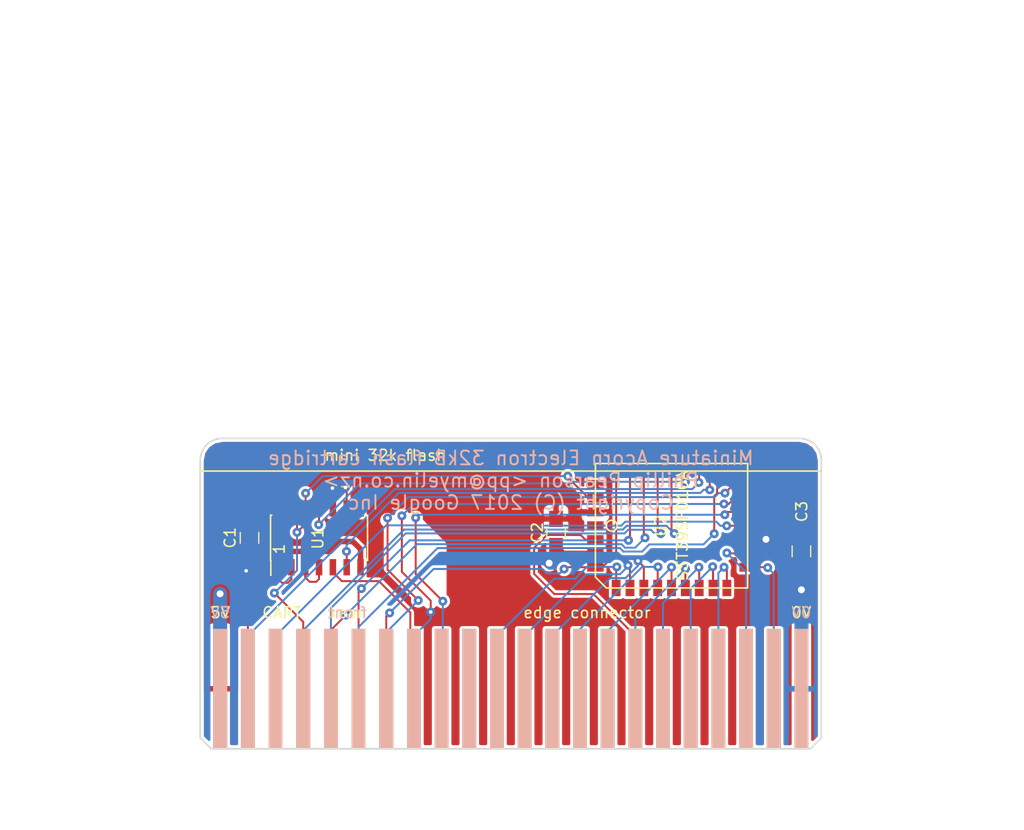
<source format=kicad_pcb>
(kicad_pcb (version 4) (host pcbnew 4.0.6)

  (general
    (links 48)
    (no_connects 0)
    (area 53.12 56.74 147.100001 132.940001)
    (thickness 1.6)
    (drawings 8)
    (tracks 312)
    (zones 0)
    (modules 6)
    (nets 32)
  )

  (page A4)
  (title_block
    (title "Acorn Electron 32kB flash cartridge")
    (date 2017-01-14)
  )

  (layers
    (0 F.Cu signal)
    (31 B.Cu signal)
    (32 B.Adhes user)
    (33 F.Adhes user)
    (34 B.Paste user)
    (35 F.Paste user)
    (36 B.SilkS user)
    (37 F.SilkS user)
    (38 B.Mask user)
    (39 F.Mask user)
    (40 Dwgs.User user)
    (41 Cmts.User user)
    (42 Eco1.User user)
    (43 Eco2.User user)
    (44 Edge.Cuts user)
    (45 Margin user)
    (46 B.CrtYd user)
    (47 F.CrtYd user)
    (48 B.Fab user)
    (49 F.Fab user)
  )

  (setup
    (last_trace_width 0.1778)
    (user_trace_width 0.1778)
    (user_trace_width 0.254)
    (user_trace_width 0.508)
    (user_trace_width 0.762)
    (user_trace_width 1.016)
    (user_trace_width 1.27)
    (trace_clearance 0.1778)
    (zone_clearance 0.254)
    (zone_45_only yes)
    (trace_min 0.1524)
    (segment_width 0.2)
    (edge_width 0.15)
    (via_size 0.8128)
    (via_drill 0.3302)
    (via_min_size 0.4)
    (via_min_drill 0.3)
    (user_via 0.8128 0.3302)
    (user_via 1.016 0.635)
    (uvia_size 2.54)
    (uvia_drill 1.27)
    (uvias_allowed no)
    (uvia_min_size 0)
    (uvia_min_drill 0)
    (pcb_text_width 0.15)
    (pcb_text_size 1 1)
    (mod_edge_width 0.15)
    (mod_text_size 1 1)
    (mod_text_width 0.15)
    (pad_size 1.524 1.524)
    (pad_drill 0.762)
    (pad_to_mask_clearance 0.2)
    (aux_axis_origin 0 0)
    (visible_elements 7FFFFFFF)
    (pcbplotparams
      (layerselection 0x010fc_80000001)
      (usegerberextensions true)
      (excludeedgelayer true)
      (linewidth 0.100000)
      (plotframeref false)
      (viasonmask false)
      (mode 1)
      (useauxorigin false)
      (hpglpennumber 1)
      (hpglpenspeed 20)
      (hpglpendiameter 15)
      (hpglpenoverlay 2)
      (psnegative false)
      (psa4output false)
      (plotreference true)
      (plotvalue true)
      (plotinvisibletext false)
      (padsonsilk false)
      (subtractmaskfromsilk false)
      (outputformat 1)
      (mirror false)
      (drillshape 0)
      (scaleselection 1)
      (outputdirectory gerbers/))
  )

  (net 0 "")
  (net 1 GND)
  (net 2 5V)
  (net 3 elk_nOE)
  (net 4 elk_A10)
  (net 5 elk_D3)
  (net 6 elk_RnW)
  (net 7 elk_A11)
  (net 8 elk_A8)
  (net 9 elk_A9)
  (net 10 elk_A13)
  (net 11 elk_D7)
  (net 12 elk_A12)
  (net 13 elk_D6)
  (net 14 elk_PHI0)
  (net 15 elk_D5)
  (net 16 elk_D4)
  (net 17 elk_A7)
  (net 18 elk_A6)
  (net 19 elk_A5)
  (net 20 elk_A4)
  (net 21 elk_A3)
  (net 22 elk_ROMQA)
  (net 23 elk_A2)
  (net 24 elk_A1)
  (net 25 elk_A0)
  (net 26 elk_D0)
  (net 27 elk_D2)
  (net 28 elk_D1)
  (net 29 not_elk_nOE)
  (net 30 flash_nCE)
  (net 31 flash_nOE)

  (net_class Default "This is the default net class."
    (clearance 0.1778)
    (trace_width 0.1778)
    (via_dia 0.8128)
    (via_drill 0.3302)
    (uvia_dia 2.54)
    (uvia_drill 1.27)
    (add_net 5V)
    (add_net GND)
    (add_net elk_A0)
    (add_net elk_A1)
    (add_net elk_A10)
    (add_net elk_A11)
    (add_net elk_A12)
    (add_net elk_A13)
    (add_net elk_A2)
    (add_net elk_A3)
    (add_net elk_A4)
    (add_net elk_A5)
    (add_net elk_A6)
    (add_net elk_A7)
    (add_net elk_A8)
    (add_net elk_A9)
    (add_net elk_D0)
    (add_net elk_D1)
    (add_net elk_D2)
    (add_net elk_D3)
    (add_net elk_D4)
    (add_net elk_D5)
    (add_net elk_D6)
    (add_net elk_D7)
    (add_net elk_PHI0)
    (add_net elk_ROMQA)
    (add_net elk_RnW)
    (add_net elk_nOE)
    (add_net flash_nCE)
    (add_net flash_nOE)
    (add_net not_elk_nOE)
  )

  (module Housings_SOIC:SOIC-14_3.9x8.7mm_Pitch1.27mm (layer F.Cu) (tedit 574D9791) (tstamp 58CA193B)
    (at 82.4 106.13 90)
    (descr "14-Lead Plastic Small Outline (SL) - Narrow, 3.90 mm Body [SOIC] (see Microchip Packaging Specification 00000049BS.pdf)")
    (tags "SOIC 1.27")
    (attr smd)
    (fp_text reference U1 (at -0.06 -0.11 90) (layer F.SilkS)
      (effects (font (size 1 1) (thickness 0.15)))
    )
    (fp_text value 74HCT00 (at 4.97 0.32 180) (layer F.Fab)
      (effects (font (size 1 1) (thickness 0.15)))
    )
    (fp_line (start -0.95 -4.35) (end 1.95 -4.35) (layer F.Fab) (width 0.15))
    (fp_line (start 1.95 -4.35) (end 1.95 4.35) (layer F.Fab) (width 0.15))
    (fp_line (start 1.95 4.35) (end -1.95 4.35) (layer F.Fab) (width 0.15))
    (fp_line (start -1.95 4.35) (end -1.95 -3.35) (layer F.Fab) (width 0.15))
    (fp_line (start -1.95 -3.35) (end -0.95 -4.35) (layer F.Fab) (width 0.15))
    (fp_line (start -3.7 -4.65) (end -3.7 4.65) (layer F.CrtYd) (width 0.05))
    (fp_line (start 3.7 -4.65) (end 3.7 4.65) (layer F.CrtYd) (width 0.05))
    (fp_line (start -3.7 -4.65) (end 3.7 -4.65) (layer F.CrtYd) (width 0.05))
    (fp_line (start -3.7 4.65) (end 3.7 4.65) (layer F.CrtYd) (width 0.05))
    (fp_line (start -2.075 -4.45) (end -2.075 -4.425) (layer F.SilkS) (width 0.15))
    (fp_line (start 2.075 -4.45) (end 2.075 -4.335) (layer F.SilkS) (width 0.15))
    (fp_line (start 2.075 4.45) (end 2.075 4.335) (layer F.SilkS) (width 0.15))
    (fp_line (start -2.075 4.45) (end -2.075 4.335) (layer F.SilkS) (width 0.15))
    (fp_line (start -2.075 -4.45) (end 2.075 -4.45) (layer F.SilkS) (width 0.15))
    (fp_line (start -2.075 4.45) (end 2.075 4.45) (layer F.SilkS) (width 0.15))
    (fp_line (start -2.075 -4.425) (end -3.45 -4.425) (layer F.SilkS) (width 0.15))
    (pad 1 smd rect (at -2.7 -3.81 90) (size 1.5 0.6) (layers F.Cu F.Paste F.Mask)
      (net 3 elk_nOE))
    (pad 2 smd rect (at -2.7 -2.54 90) (size 1.5 0.6) (layers F.Cu F.Paste F.Mask)
      (net 3 elk_nOE))
    (pad 3 smd rect (at -2.7 -1.27 90) (size 1.5 0.6) (layers F.Cu F.Paste F.Mask)
      (net 29 not_elk_nOE))
    (pad 4 smd rect (at -2.7 0 90) (size 1.5 0.6) (layers F.Cu F.Paste F.Mask)
      (net 29 not_elk_nOE))
    (pad 5 smd rect (at -2.7 1.27 90) (size 1.5 0.6) (layers F.Cu F.Paste F.Mask)
      (net 14 elk_PHI0))
    (pad 6 smd rect (at -2.7 2.54 90) (size 1.5 0.6) (layers F.Cu F.Paste F.Mask)
      (net 30 flash_nCE))
    (pad 7 smd rect (at -2.7 3.81 90) (size 1.5 0.6) (layers F.Cu F.Paste F.Mask)
      (net 1 GND))
    (pad 8 smd rect (at 2.7 3.81 90) (size 1.5 0.6) (layers F.Cu F.Paste F.Mask))
    (pad 9 smd rect (at 2.7 2.54 90) (size 1.5 0.6) (layers F.Cu F.Paste F.Mask)
      (net 1 GND))
    (pad 10 smd rect (at 2.7 1.27 90) (size 1.5 0.6) (layers F.Cu F.Paste F.Mask)
      (net 1 GND))
    (pad 11 smd rect (at 2.7 0 90) (size 1.5 0.6) (layers F.Cu F.Paste F.Mask)
      (net 31 flash_nOE))
    (pad 12 smd rect (at 2.7 -1.27 90) (size 1.5 0.6) (layers F.Cu F.Paste F.Mask)
      (net 6 elk_RnW))
    (pad 13 smd rect (at 2.7 -2.54 90) (size 1.5 0.6) (layers F.Cu F.Paste F.Mask)
      (net 6 elk_RnW))
    (pad 14 smd rect (at 2.7 -3.81 90) (size 1.5 0.6) (layers F.Cu F.Paste F.Mask)
      (net 2 5V))
    (model Housings_SOIC.3dshapes/SOIC-14_3.9x8.7mm_Pitch1.27mm.wrl
      (at (xyz 0 0 0))
      (scale (xyz 1 1 1))
      (rotate (xyz 0 0 0))
    )
  )

  (module myelin-kicad:acorn_electron_cartridge_edge_connector (layer F.Cu) (tedit 0) (tstamp 58F1B887)
    (at 100 120)
    (descr "Edge connector for an Acorn Electron Plus 1 cartridge (top layer = rear of Plus 1)")
    (fp_text reference CART (at -21 -7) (layer F.SilkS)
      (effects (font (size 1 1) (thickness 0.15)))
    )
    (fp_text value "edge connector" (at 7 -7) (layer F.SilkS)
      (effects (font (size 1 1) (thickness 0.15)))
    )
    (fp_text user rear (at -15 -7) (layer F.SilkS)
      (effects (font (size 1 1) (thickness 0.15)))
    )
    (fp_text user front (at -15 -7) (layer B.SilkS)
      (effects (font (size 1 1) (thickness 0.15)) (justify mirror))
    )
    (fp_line (start -28.5 -20) (end 28.5 -20) (layer F.SilkS) (width 0.15))
    (fp_text user 5V (at -26.67 -7) (layer F.SilkS)
      (effects (font (size 1 1) (thickness 0.15)))
    )
    (fp_text user 5V (at -26.67 -7) (layer B.SilkS)
      (effects (font (size 1 1) (thickness 0.15)) (justify mirror))
    )
    (fp_text user 0V (at 26.67 -7) (layer F.SilkS)
      (effects (font (size 1 1) (thickness 0.15)))
    )
    (fp_text user 0V (at 26.67 -7) (layer B.SilkS)
      (effects (font (size 1 1) (thickness 0.15)) (justify mirror))
    )
    (fp_line (start -28.5 -5.5) (end -28.5 4.5) (layer Edge.Cuts) (width 0.15))
    (fp_line (start -28.5 4.5) (end -27.5 5.5) (layer Edge.Cuts) (width 0.15))
    (fp_line (start -27.5 5.5) (end 27.5 5.5) (layer Edge.Cuts) (width 0.15))
    (fp_line (start 27.5 5.5) (end 28.5 4.5) (layer Edge.Cuts) (width 0.15))
    (fp_line (start 28.5 4.5) (end 28.5 -5.5) (layer Edge.Cuts) (width 0.15))
    (pad A1 smd rect (at -26.67 0) (size 1.27 11) (layers F.Cu F.SilkS F.Mask)
      (net 2 5V))
    (pad B1 smd rect (at -26.67 0) (size 1.27 11) (layers B.Cu B.SilkS B.Mask)
      (net 2 5V))
    (pad A2 smd rect (at -24.13 0) (size 1.27 11) (layers F.Cu F.SilkS F.Mask)
      (net 3 elk_nOE))
    (pad B2 smd rect (at -24.13 0) (size 1.27 11) (layers B.Cu B.SilkS B.Mask)
      (net 4 elk_A10))
    (pad A3 smd rect (at -21.59 0) (size 1.27 11) (layers F.Cu F.SilkS F.Mask))
    (pad B3 smd rect (at -21.59 0) (size 1.27 11) (layers B.Cu B.SilkS B.Mask)
      (net 5 elk_D3))
    (pad A4 smd rect (at -19.05 0) (size 1.27 11) (layers F.Cu F.SilkS F.Mask)
      (net 6 elk_RnW))
    (pad B4 smd rect (at -19.05 0) (size 1.27 11) (layers B.Cu B.SilkS B.Mask)
      (net 7 elk_A11))
    (pad A5 smd rect (at -16.51 0) (size 1.27 11) (layers F.Cu F.SilkS F.Mask)
      (net 8 elk_A8))
    (pad B5 smd rect (at -16.51 0) (size 1.27 11) (layers B.Cu B.SilkS B.Mask)
      (net 9 elk_A9))
    (pad A6 smd rect (at -13.97 0) (size 1.27 11) (layers F.Cu F.SilkS F.Mask)
      (net 10 elk_A13))
    (pad B6 smd rect (at -13.97 0) (size 1.27 11) (layers B.Cu B.SilkS B.Mask)
      (net 11 elk_D7))
    (pad A7 smd rect (at -11.43 0) (size 1.27 11) (layers F.Cu F.SilkS F.Mask)
      (net 12 elk_A12))
    (pad B7 smd rect (at -11.43 0) (size 1.27 11) (layers B.Cu B.SilkS B.Mask)
      (net 13 elk_D6))
    (pad A8 smd rect (at -8.89 0) (size 1.27 11) (layers F.Cu F.SilkS F.Mask)
      (net 14 elk_PHI0))
    (pad B8 smd rect (at -8.89 0) (size 1.27 11) (layers B.Cu B.SilkS B.Mask)
      (net 15 elk_D5))
    (pad A9 smd rect (at -6.35 0) (size 1.27 11) (layers F.Cu F.SilkS F.Mask))
    (pad B9 smd rect (at -6.35 0) (size 1.27 11) (layers B.Cu B.SilkS B.Mask)
      (net 16 elk_D4))
    (pad A10 smd rect (at -3.81 0) (size 1.27 11) (layers F.Cu F.SilkS F.Mask))
    (pad B10 smd rect (at -3.81 0) (size 1.27 11) (layers B.Cu B.SilkS B.Mask))
    (pad A11 smd rect (at -1.27 0) (size 1.27 11) (layers F.Cu F.SilkS F.Mask))
    (pad B11 smd rect (at -1.27 0) (size 1.27 11) (layers B.Cu B.SilkS B.Mask)
      (net 17 elk_A7))
    (pad A12 smd rect (at 1.27 0) (size 1.27 11) (layers F.Cu F.SilkS F.Mask))
    (pad B12 smd rect (at 1.27 0) (size 1.27 11) (layers B.Cu B.SilkS B.Mask)
      (net 18 elk_A6))
    (pad A13 smd rect (at 3.81 0) (size 1.27 11) (layers F.Cu F.SilkS F.Mask))
    (pad B13 smd rect (at 3.81 0) (size 1.27 11) (layers B.Cu B.SilkS B.Mask)
      (net 19 elk_A5))
    (pad A14 smd rect (at 6.35 0) (size 1.27 11) (layers F.Cu F.SilkS F.Mask))
    (pad B14 smd rect (at 6.35 0) (size 1.27 11) (layers B.Cu B.SilkS B.Mask)
      (net 20 elk_A4))
    (pad A15 smd rect (at 8.89 0) (size 1.27 11) (layers F.Cu F.SilkS F.Mask))
    (pad B15 smd rect (at 8.89 0) (size 1.27 11) (layers B.Cu B.SilkS B.Mask)
      (net 21 elk_A3))
    (pad A16 smd rect (at 11.43 0) (size 1.27 11) (layers F.Cu F.SilkS F.Mask)
      (net 22 elk_ROMQA))
    (pad B16 smd rect (at 11.43 0) (size 1.27 11) (layers B.Cu B.SilkS B.Mask)
      (net 23 elk_A2))
    (pad A17 smd rect (at 13.97 0) (size 1.27 11) (layers F.Cu F.SilkS F.Mask))
    (pad B17 smd rect (at 13.97 0) (size 1.27 11) (layers B.Cu B.SilkS B.Mask)
      (net 24 elk_A1))
    (pad A18 smd rect (at 16.51 0) (size 1.27 11) (layers F.Cu F.SilkS F.Mask))
    (pad B18 smd rect (at 16.51 0) (size 1.27 11) (layers B.Cu B.SilkS B.Mask)
      (net 25 elk_A0))
    (pad A19 smd rect (at 19.05 0) (size 1.27 11) (layers F.Cu F.SilkS F.Mask))
    (pad B19 smd rect (at 19.05 0) (size 1.27 11) (layers B.Cu B.SilkS B.Mask)
      (net 26 elk_D0))
    (pad A20 smd rect (at 21.59 0) (size 1.27 11) (layers F.Cu F.SilkS F.Mask))
    (pad B20 smd rect (at 21.59 0) (size 1.27 11) (layers B.Cu B.SilkS B.Mask)
      (net 27 elk_D2))
    (pad A21 smd rect (at 24.13 0) (size 1.27 11) (layers F.Cu F.SilkS F.Mask))
    (pad B21 smd rect (at 24.13 0) (size 1.27 11) (layers B.Cu B.SilkS B.Mask)
      (net 28 elk_D1))
    (pad A22 smd rect (at 26.67 0) (size 1.27 11) (layers F.Cu F.SilkS F.Mask)
      (net 1 GND))
    (pad B22 smd rect (at 26.67 0) (size 1.27 11) (layers B.Cu B.SilkS B.Mask)
      (net 1 GND))
  )

  (module Capacitors_SMD:C_0805_HandSoldering (layer F.Cu) (tedit 58AA84A8) (tstamp 58F1BCD7)
    (at 76.02 106.13 270)
    (descr "Capacitor SMD 0805, hand soldering")
    (tags "capacitor 0805")
    (attr smd)
    (fp_text reference C1 (at 0 1.79 270) (layer F.SilkS)
      (effects (font (size 1 1) (thickness 0.15)))
    )
    (fp_text value 100n (at 0 1.75 270) (layer F.Fab)
      (effects (font (size 1 1) (thickness 0.15)))
    )
    (fp_text user %R (at 0 -1.75 270) (layer F.Fab)
      (effects (font (size 1 1) (thickness 0.15)))
    )
    (fp_line (start -1 0.62) (end -1 -0.62) (layer F.Fab) (width 0.1))
    (fp_line (start 1 0.62) (end -1 0.62) (layer F.Fab) (width 0.1))
    (fp_line (start 1 -0.62) (end 1 0.62) (layer F.Fab) (width 0.1))
    (fp_line (start -1 -0.62) (end 1 -0.62) (layer F.Fab) (width 0.1))
    (fp_line (start 0.5 -0.85) (end -0.5 -0.85) (layer F.SilkS) (width 0.12))
    (fp_line (start -0.5 0.85) (end 0.5 0.85) (layer F.SilkS) (width 0.12))
    (fp_line (start -2.25 -0.88) (end 2.25 -0.88) (layer F.CrtYd) (width 0.05))
    (fp_line (start -2.25 -0.88) (end -2.25 0.87) (layer F.CrtYd) (width 0.05))
    (fp_line (start 2.25 0.87) (end 2.25 -0.88) (layer F.CrtYd) (width 0.05))
    (fp_line (start 2.25 0.87) (end -2.25 0.87) (layer F.CrtYd) (width 0.05))
    (pad 1 smd rect (at -1.25 0 270) (size 1.5 1.25) (layers F.Cu F.Paste F.Mask)
      (net 2 5V))
    (pad 2 smd rect (at 1.25 0 270) (size 1.5 1.25) (layers F.Cu F.Paste F.Mask)
      (net 1 GND))
    (model Capacitors_SMD.3dshapes/C_0805.wrl
      (at (xyz 0 0 0))
      (scale (xyz 1 1 1))
      (rotate (xyz 0 0 0))
    )
  )

  (module Capacitors_SMD:C_0805_HandSoldering (layer F.Cu) (tedit 58AA84A8) (tstamp 58F1BCE7)
    (at 104.15 105.64 270)
    (descr "Capacitor SMD 0805, hand soldering")
    (tags "capacitor 0805")
    (attr smd)
    (fp_text reference C2 (at 0.02 1.72 270) (layer F.SilkS)
      (effects (font (size 1 1) (thickness 0.15)))
    )
    (fp_text value 100n (at 0 1.75 270) (layer F.Fab)
      (effects (font (size 1 1) (thickness 0.15)))
    )
    (fp_text user %R (at 0 -1.75 270) (layer F.Fab)
      (effects (font (size 1 1) (thickness 0.15)))
    )
    (fp_line (start -1 0.62) (end -1 -0.62) (layer F.Fab) (width 0.1))
    (fp_line (start 1 0.62) (end -1 0.62) (layer F.Fab) (width 0.1))
    (fp_line (start 1 -0.62) (end 1 0.62) (layer F.Fab) (width 0.1))
    (fp_line (start -1 -0.62) (end 1 -0.62) (layer F.Fab) (width 0.1))
    (fp_line (start 0.5 -0.85) (end -0.5 -0.85) (layer F.SilkS) (width 0.12))
    (fp_line (start -0.5 0.85) (end 0.5 0.85) (layer F.SilkS) (width 0.12))
    (fp_line (start -2.25 -0.88) (end 2.25 -0.88) (layer F.CrtYd) (width 0.05))
    (fp_line (start -2.25 -0.88) (end -2.25 0.87) (layer F.CrtYd) (width 0.05))
    (fp_line (start 2.25 0.87) (end 2.25 -0.88) (layer F.CrtYd) (width 0.05))
    (fp_line (start 2.25 0.87) (end -2.25 0.87) (layer F.CrtYd) (width 0.05))
    (pad 1 smd rect (at -1.25 0 270) (size 1.5 1.25) (layers F.Cu F.Paste F.Mask)
      (net 2 5V))
    (pad 2 smd rect (at 1.25 0 270) (size 1.5 1.25) (layers F.Cu F.Paste F.Mask)
      (net 1 GND))
    (model Capacitors_SMD.3dshapes/C_0805.wrl
      (at (xyz 0 0 0))
      (scale (xyz 1 1 1))
      (rotate (xyz 0 0 0))
    )
  )

  (module Capacitors_SMD:C_0805_HandSoldering (layer F.Cu) (tedit 58AA84A8) (tstamp 58F1BCF7)
    (at 126.67 107.37 270)
    (descr "Capacitor SMD 0805, hand soldering")
    (tags "capacitor 0805")
    (attr smd)
    (fp_text reference C3 (at -3.65 -0.03 270) (layer F.SilkS)
      (effects (font (size 1 1) (thickness 0.15)))
    )
    (fp_text value 10u (at 0 1.75 270) (layer F.Fab)
      (effects (font (size 1 1) (thickness 0.15)))
    )
    (fp_text user %R (at 0 -1.75 270) (layer F.Fab)
      (effects (font (size 1 1) (thickness 0.15)))
    )
    (fp_line (start -1 0.62) (end -1 -0.62) (layer F.Fab) (width 0.1))
    (fp_line (start 1 0.62) (end -1 0.62) (layer F.Fab) (width 0.1))
    (fp_line (start 1 -0.62) (end 1 0.62) (layer F.Fab) (width 0.1))
    (fp_line (start -1 -0.62) (end 1 -0.62) (layer F.Fab) (width 0.1))
    (fp_line (start 0.5 -0.85) (end -0.5 -0.85) (layer F.SilkS) (width 0.12))
    (fp_line (start -0.5 0.85) (end 0.5 0.85) (layer F.SilkS) (width 0.12))
    (fp_line (start -2.25 -0.88) (end 2.25 -0.88) (layer F.CrtYd) (width 0.05))
    (fp_line (start -2.25 -0.88) (end -2.25 0.87) (layer F.CrtYd) (width 0.05))
    (fp_line (start 2.25 0.87) (end 2.25 -0.88) (layer F.CrtYd) (width 0.05))
    (fp_line (start 2.25 0.87) (end -2.25 0.87) (layer F.CrtYd) (width 0.05))
    (pad 1 smd rect (at -1.25 0 270) (size 1.5 1.25) (layers F.Cu F.Paste F.Mask)
      (net 2 5V))
    (pad 2 smd rect (at 1.25 0 270) (size 1.5 1.25) (layers F.Cu F.Paste F.Mask)
      (net 1 GND))
    (model Capacitors_SMD.3dshapes/C_0805.wrl
      (at (xyz 0 0 0))
      (scale (xyz 1 1 1))
      (rotate (xyz 0 0 0))
    )
  )

  (module myelin-kicad:sst_plcc32_nh (layer F.Cu) (tedit 0) (tstamp 58F419B4)
    (at 114.75 105.02 90)
    (descr "SST PLCC32 NH package - 0.450 x 0.550 in PLCC 0.05 in pitch")
    (fp_text reference U2 (at 0 -1 90) (layer F.SilkS)
      (effects (font (size 1 1) (thickness 0.15)))
    )
    (fp_text value SST39SF010A (at 0 1 90) (layer F.SilkS)
      (effects (font (size 1 1) (thickness 0.15)))
    )
    (fp_line (start -5.715 -5.985) (end -5.715 6.985) (layer F.SilkS) (width 0.15))
    (fp_line (start -5.715 6.985) (end 5.715 6.985) (layer F.SilkS) (width 0.15))
    (fp_line (start 5.715 6.985) (end 5.715 -6.985) (layer F.SilkS) (width 0.15))
    (fp_line (start 5.715 -6.985) (end -4.715 -6.985) (layer F.SilkS) (width 0.15))
    (fp_line (start -4.715 -6.985) (end -5.715 -5.985) (layer F.SilkS) (width 0.15))
    (fp_circle (center 0 -5.485) (end 0 -4.985) (layer F.SilkS) (width 0.15))
    (pad 5 smd rect (at -5.715 -5.08 90) (size 1.508 0.8128) (layers F.Cu F.Paste F.Mask)
      (net 17 elk_A7))
    (pad 6 smd rect (at -5.715 -3.81 90) (size 1.508 0.8128) (layers F.Cu F.Paste F.Mask)
      (net 18 elk_A6))
    (pad 7 smd rect (at -5.715 -2.54 90) (size 1.508 0.8128) (layers F.Cu F.Paste F.Mask)
      (net 19 elk_A5))
    (pad 8 smd rect (at -5.715 -1.27 90) (size 1.508 0.8128) (layers F.Cu F.Paste F.Mask)
      (net 20 elk_A4))
    (pad 9 smd rect (at -5.715 0 90) (size 1.508 0.8128) (layers F.Cu F.Paste F.Mask)
      (net 21 elk_A3))
    (pad 10 smd rect (at -5.715 1.27 90) (size 1.508 0.8128) (layers F.Cu F.Paste F.Mask)
      (net 23 elk_A2))
    (pad 11 smd rect (at -5.715 2.54 90) (size 1.508 0.8128) (layers F.Cu F.Paste F.Mask)
      (net 24 elk_A1))
    (pad 12 smd rect (at -5.715 3.81 90) (size 1.508 0.8128) (layers F.Cu F.Paste F.Mask)
      (net 25 elk_A0))
    (pad 13 smd rect (at -5.715 5.08 90) (size 1.508 0.8128) (layers F.Cu F.Paste F.Mask)
      (net 26 elk_D0))
    (pad 14 smd rect (at -3.81 6.985 90) (size 0.8128 1.508) (layers F.Cu F.Paste F.Mask)
      (net 28 elk_D1))
    (pad 15 smd rect (at -2.54 6.985 90) (size 0.8128 1.508) (layers F.Cu F.Paste F.Mask)
      (net 27 elk_D2))
    (pad 16 smd rect (at -1.27 6.985 90) (size 0.8128 1.508) (layers F.Cu F.Paste F.Mask)
      (net 1 GND))
    (pad 17 smd rect (at 0 6.985 90) (size 0.8128 1.508) (layers F.Cu F.Paste F.Mask)
      (net 5 elk_D3))
    (pad 18 smd rect (at 1.27 6.985 90) (size 0.8128 1.508) (layers F.Cu F.Paste F.Mask)
      (net 16 elk_D4))
    (pad 19 smd rect (at 2.54 6.985 90) (size 0.8128 1.508) (layers F.Cu F.Paste F.Mask)
      (net 15 elk_D5))
    (pad 20 smd rect (at 3.81 6.985 90) (size 0.8128 1.508) (layers F.Cu F.Paste F.Mask)
      (net 13 elk_D6))
    (pad 21 smd rect (at 5.715 5.08 90) (size 1.508 0.8128) (layers F.Cu F.Paste F.Mask)
      (net 11 elk_D7))
    (pad 22 smd rect (at 5.715 3.81 90) (size 1.508 0.8128) (layers F.Cu F.Paste F.Mask)
      (net 30 flash_nCE))
    (pad 23 smd rect (at 5.715 2.54 90) (size 1.508 0.8128) (layers F.Cu F.Paste F.Mask)
      (net 4 elk_A10))
    (pad 24 smd rect (at 5.715 1.27 90) (size 1.508 0.8128) (layers F.Cu F.Paste F.Mask)
      (net 31 flash_nOE))
    (pad 25 smd rect (at 5.715 0 90) (size 1.508 0.8128) (layers F.Cu F.Paste F.Mask)
      (net 7 elk_A11))
    (pad 26 smd rect (at 5.715 -1.27 90) (size 1.508 0.8128) (layers F.Cu F.Paste F.Mask)
      (net 9 elk_A9))
    (pad 27 smd rect (at 5.715 -2.54 90) (size 1.508 0.8128) (layers F.Cu F.Paste F.Mask)
      (net 8 elk_A8))
    (pad 28 smd rect (at 5.715 -3.81 90) (size 1.508 0.8128) (layers F.Cu F.Paste F.Mask)
      (net 10 elk_A13))
    (pad 29 smd rect (at 5.715 -5.08 90) (size 1.508 0.8128) (layers F.Cu F.Paste F.Mask)
      (net 12 elk_A12))
    (pad 30 smd rect (at 3.81 -6.985 90) (size 0.8128 1.508) (layers F.Cu F.Paste F.Mask))
    (pad 31 smd rect (at 2.54 -6.985 90) (size 0.8128 1.508) (layers F.Cu F.Paste F.Mask)
      (net 6 elk_RnW))
    (pad 32 smd rect (at 1.27 -6.985 90) (size 0.8128 1.508) (layers F.Cu F.Paste F.Mask)
      (net 2 5V))
    (pad 1 smd rect (at 0 -6.985 90) (size 0.8128 1.508) (layers F.Cu F.Paste F.Mask))
    (pad 2 smd rect (at -1.27 -6.985 90) (size 0.8128 1.508) (layers F.Cu F.Paste F.Mask)
      (net 22 elk_ROMQA))
    (pad 3 smd rect (at -2.54 -6.985 90) (size 0.8128 1.508) (layers F.Cu F.Paste F.Mask)
      (net 1 GND))
    (pad 4 smd rect (at -3.81 -6.985 90) (size 0.8128 1.508) (layers F.Cu F.Paste F.Mask)
      (net 12 elk_A12))
  )

  (gr_text "mini 32k flash" (at 88.48 98.55) (layer F.SilkS)
    (effects (font (size 1 1) (thickness 0.15)))
  )
  (gr_text 1 (at 78.74 107.16 90) (layer F.SilkS)
    (effects (font (size 1 1) (thickness 0.15)))
  )
  (gr_arc (start 73.5 99) (end 71.5 99) (angle 90) (layer Edge.Cuts) (width 0.15))
  (gr_arc (start 126.5 99) (end 126.5 97) (angle 90) (layer Edge.Cuts) (width 0.15))
  (gr_line (start 126.5 97) (end 73.5 97) (layer Edge.Cuts) (width 0.15))
  (gr_line (start 128.5 114.5) (end 128.5 99) (layer Edge.Cuts) (width 0.15))
  (gr_line (start 71.5 114.5) (end 71.5 99) (layer Edge.Cuts) (width 0.15))
  (gr_text "Miniature Acorn Electron 32kB flash cartridge\nPhillip Pearson <pp@myelin.co.nz>\nCopyright (C) 2017 Google Inc" (at 100 100.85) (layer B.SilkS)
    (effects (font (size 1.27 1.27) (thickness 0.1778)) (justify mirror))
  )

  (segment (start 104.15 106.89) (end 104.15 107.83) (width 0.508) (layer F.Cu) (net 1))
  (segment (start 104.15 107.83) (end 103.52 108.46) (width 0.508) (layer F.Cu) (net 1))
  (via (at 103.52 108.46) (size 1.016) (drill 0.635) (layers F.Cu B.Cu) (net 1))
  (segment (start 104.15 106.89) (end 104.82 107.56) (width 0.508) (layer F.Cu) (net 1))
  (segment (start 104.82 107.56) (end 107.765 107.56) (width 0.508) (layer F.Cu) (net 1))
  (segment (start 126.67 108.62) (end 126.67 109.5478) (width 0.1778) (layer F.Cu) (net 1))
  (segment (start 126.67 109.5478) (end 126.67 110.9) (width 0.1778) (layer F.Cu) (net 1))
  (segment (start 85.51 106.47) (end 86.21 107.17) (width 0.508) (layer F.Cu) (net 1))
  (segment (start 86.21 107.17) (end 86.21 108.83) (width 0.508) (layer F.Cu) (net 1))
  (segment (start 84.34 106.47) (end 85.51 106.47) (width 0.508) (layer F.Cu) (net 1))
  (segment (start 83.43 107.38) (end 84.34 106.47) (width 0.508) (layer F.Cu) (net 1))
  (segment (start 76.02 107.38) (end 83.43 107.38) (width 0.508) (layer F.Cu) (net 1))
  (segment (start 83.63 101.57) (end 84.768078 101.57) (width 0.1778) (layer B.Cu) (net 1))
  (segment (start 84.768078 101.57) (end 84.824039 101.514039) (width 0.1778) (layer B.Cu) (net 1))
  (segment (start 121.735 106.29) (end 123.4 106.29) (width 0.1778) (layer F.Cu) (net 1))
  (segment (start 123.4 106.29) (end 123.42 106.27) (width 0.1778) (layer F.Cu) (net 1))
  (via (at 123.42 106.27) (size 1.016) (drill 0.635) (layers F.Cu B.Cu) (net 1))
  (segment (start 126.67 110.9) (end 126.67 120) (width 1.27) (layer F.Cu) (net 1))
  (segment (start 126.67 120) (end 126.67 110.9) (width 1.27) (layer B.Cu) (net 1))
  (via (at 126.67 110.9) (size 1.016) (drill 0.635) (layers F.Cu B.Cu) (net 1))
  (segment (start 84.94 101.63) (end 84.824039 101.514039) (width 0.1778) (layer F.Cu) (net 1))
  (segment (start 84.94 103.43) (end 84.94 101.63) (width 0.1778) (layer F.Cu) (net 1))
  (via (at 84.824039 101.514039) (size 0.8128) (drill 0.3302) (layers F.Cu B.Cu) (net 1))
  (segment (start 76.02 107.38) (end 76.02 108.85) (width 0.1778) (layer F.Cu) (net 1))
  (segment (start 76.02 108.85) (end 75.71 109.16) (width 0.1778) (layer F.Cu) (net 1))
  (via (at 75.71 109.16) (size 0.8128) (drill 0.3302) (layers F.Cu B.Cu) (net 1))
  (segment (start 83.67 103.43) (end 83.67 101.61) (width 0.1778) (layer F.Cu) (net 1))
  (segment (start 83.67 101.61) (end 83.63 101.57) (width 0.1778) (layer F.Cu) (net 1))
  (via (at 83.63 101.57) (size 0.8128) (drill 0.3302) (layers F.Cu B.Cu) (net 1))
  (segment (start 73.32 111.27) (end 73.32 119.99) (width 1.27) (layer B.Cu) (net 2))
  (segment (start 73.32 119.99) (end 73.33 120) (width 1.27) (layer B.Cu) (net 2))
  (segment (start 73.33 120) (end 73.33 111.28) (width 1.27) (layer F.Cu) (net 2))
  (segment (start 73.33 111.28) (end 73.32 111.27) (width 1.27) (layer F.Cu) (net 2))
  (via (at 73.32 111.27) (size 1.016) (drill 0.635) (layers F.Cu B.Cu) (net 2))
  (segment (start 104.15 104.39) (end 104.9528 104.39) (width 0.1778) (layer F.Cu) (net 2))
  (segment (start 104.9528 104.39) (end 105.5928 103.75) (width 0.1778) (layer F.Cu) (net 2))
  (segment (start 106.5712 103.75) (end 107.765 103.75) (width 0.1778) (layer F.Cu) (net 2))
  (segment (start 105.5928 103.75) (end 106.5712 103.75) (width 0.1778) (layer F.Cu) (net 2))
  (segment (start 79.54 110.26) (end 79.86 109.94) (width 0.1778) (layer F.Cu) (net 3))
  (segment (start 79.86 109.94) (end 79.86 108.83) (width 0.1778) (layer F.Cu) (net 3))
  (segment (start 79 110.26) (end 79.54 110.26) (width 0.1778) (layer F.Cu) (net 3))
  (segment (start 78.59 109.85) (end 79 110.26) (width 0.1778) (layer F.Cu) (net 3))
  (segment (start 78.59 108.83) (end 78.59 109.85) (width 0.1778) (layer F.Cu) (net 3))
  (segment (start 75.87 120) (end 75.87 111.0722) (width 0.1778) (layer F.Cu) (net 3))
  (segment (start 75.87 111.0722) (end 78.1122 108.83) (width 0.1778) (layer F.Cu) (net 3))
  (segment (start 78.1122 108.83) (end 78.59 108.83) (width 0.1778) (layer F.Cu) (net 3))
  (segment (start 116.853601 101.453289) (end 117.26 101.04689) (width 0.1778) (layer B.Cu) (net 4))
  (segment (start 116.653788 101.653102) (end 116.853601 101.453289) (width 0.1778) (layer B.Cu) (net 4))
  (segment (start 89.351898 101.653102) (end 116.653788 101.653102) (width 0.1778) (layer B.Cu) (net 4))
  (segment (start 75.87 115.135) (end 89.351898 101.653102) (width 0.1778) (layer B.Cu) (net 4))
  (segment (start 75.87 120) (end 75.87 115.135) (width 0.1778) (layer B.Cu) (net 4))
  (segment (start 117.29 101.01689) (end 117.26 101.04689) (width 0.1778) (layer F.Cu) (net 4))
  (segment (start 117.29 99.305) (end 117.29 101.01689) (width 0.1778) (layer F.Cu) (net 4))
  (via (at 117.26 101.04689) (size 0.8128) (drill 0.3302) (layers F.Cu B.Cu) (net 4))
  (segment (start 110.512381 104.645611) (end 118.861919 104.645611) (width 0.1778) (layer B.Cu) (net 5))
  (segment (start 78.41 120) (end 78.41 115.135) (width 0.1778) (layer B.Cu) (net 5))
  (segment (start 78.41 115.135) (end 88.561833 104.983167) (width 0.1778) (layer B.Cu) (net 5))
  (segment (start 97.531894 104.983167) (end 97.558727 105.01) (width 0.1778) (layer B.Cu) (net 5))
  (segment (start 97.558727 105.01) (end 110.147992 105.01) (width 0.1778) (layer B.Cu) (net 5))
  (segment (start 88.561833 104.983167) (end 97.531894 104.983167) (width 0.1778) (layer B.Cu) (net 5))
  (segment (start 110.147992 105.01) (end 110.512381 104.645611) (width 0.1778) (layer B.Cu) (net 5))
  (segment (start 118.861919 104.645611) (end 119.246079 105.029771) (width 0.1778) (layer B.Cu) (net 5))
  (segment (start 119.246079 105.029771) (end 119.820815 105.029771) (width 0.1778) (layer B.Cu) (net 5))
  (segment (start 121.735 105.02) (end 119.830586 105.02) (width 0.1778) (layer F.Cu) (net 5))
  (via (at 119.820815 105.029771) (size 0.8128) (drill 0.3302) (layers F.Cu B.Cu) (net 5))
  (segment (start 119.830586 105.02) (end 119.820815 105.029771) (width 0.1778) (layer F.Cu) (net 5))
  (segment (start 81.17 102.04) (end 81.17 103.39) (width 0.1778) (layer F.Cu) (net 6))
  (segment (start 81.17 103.39) (end 81.13 103.43) (width 0.1778) (layer F.Cu) (net 6))
  (segment (start 105.23 100.46) (end 82.75 100.46) (width 0.1778) (layer B.Cu) (net 6))
  (segment (start 82.75 100.46) (end 81.17 102.04) (width 0.1778) (layer B.Cu) (net 6))
  (via (at 81.17 102.04) (size 0.8128) (drill 0.3302) (layers F.Cu B.Cu) (net 6))
  (segment (start 107.13 102.48) (end 105.23 100.58) (width 0.1778) (layer F.Cu) (net 6))
  (segment (start 105.23 100.58) (end 105.23 100.46) (width 0.1778) (layer F.Cu) (net 6))
  (segment (start 107.765 102.48) (end 107.13 102.48) (width 0.1778) (layer F.Cu) (net 6))
  (via (at 105.23 100.46) (size 0.8128) (drill 0.3302) (layers F.Cu B.Cu) (net 6))
  (segment (start 80.38 105.62) (end 81.13 104.87) (width 0.1778) (layer F.Cu) (net 6))
  (segment (start 81.13 104.87) (end 81.13 103.43) (width 0.1778) (layer F.Cu) (net 6))
  (segment (start 80.38 105.62) (end 80.38 103.4722) (width 0.1778) (layer F.Cu) (net 6))
  (segment (start 80.38 103.4722) (end 80.3378 103.43) (width 0.1778) (layer F.Cu) (net 6))
  (segment (start 80.3378 103.43) (end 79.86 103.43) (width 0.1778) (layer F.Cu) (net 6))
  (segment (start 78.3 111.2) (end 80.38 109.12) (width 0.1778) (layer B.Cu) (net 6))
  (segment (start 80.38 109.12) (end 80.38 105.62) (width 0.1778) (layer B.Cu) (net 6))
  (via (at 80.38 105.62) (size 0.8128) (drill 0.3302) (layers F.Cu B.Cu) (net 6))
  (segment (start 80.95 120) (end 80.95 113.85) (width 0.1778) (layer F.Cu) (net 6))
  (segment (start 80.95 113.85) (end 78.3 111.2) (width 0.1778) (layer F.Cu) (net 6))
  (via (at 78.3 111.2) (size 0.8128) (drill 0.3302) (layers F.Cu B.Cu) (net 6))
  (segment (start 80.95 120) (end 80.95 114.624182) (width 0.1778) (layer B.Cu) (net 7))
  (segment (start 80.95 114.624182) (end 90.205404 105.368778) (width 0.1778) (layer B.Cu) (net 7))
  (segment (start 90.205404 105.368778) (end 110.292123 105.368778) (width 0.1778) (layer B.Cu) (net 7))
  (segment (start 110.292123 105.368778) (end 110.629613 105.031288) (width 0.1778) (layer B.Cu) (net 7))
  (segment (start 110.629613 105.031288) (end 114.294398 105.031288) (width 0.1778) (layer B.Cu) (net 7))
  (segment (start 114.294398 105.031288) (end 114.593601 105.330491) (width 0.1778) (layer B.Cu) (net 7))
  (segment (start 114.593601 105.330491) (end 115 105.73689) (width 0.1778) (layer B.Cu) (net 7))
  (segment (start 114.75 105.48689) (end 115 105.73689) (width 0.1778) (layer F.Cu) (net 7))
  (segment (start 114.75 99.305) (end 114.75 105.48689) (width 0.1778) (layer F.Cu) (net 7))
  (via (at 115 105.73689) (size 0.8128) (drill 0.3302) (layers F.Cu B.Cu) (net 7))
  (segment (start 91.374389 106.715611) (end 85.276399 112.813601) (width 0.1778) (layer B.Cu) (net 8))
  (segment (start 110.159421 106.715611) (end 91.374389 106.715611) (width 0.1778) (layer B.Cu) (net 8))
  (segment (start 110.476911 107.033101) (end 110.159421 106.715611) (width 0.1778) (layer B.Cu) (net 8))
  (segment (start 111.416899 107.033101) (end 110.476911 107.033101) (width 0.1778) (layer B.Cu) (net 8))
  (segment (start 112.32 106.13) (end 111.416899 107.033101) (width 0.1778) (layer B.Cu) (net 8))
  (segment (start 85.276399 112.813601) (end 84.87 113.22) (width 0.1778) (layer B.Cu) (net 8))
  (segment (start 84.87 113.22) (end 83.49 114.6) (width 0.1778) (layer F.Cu) (net 8))
  (segment (start 83.49 114.6) (end 83.49 120) (width 0.1778) (layer F.Cu) (net 8))
  (via (at 84.87 113.22) (size 0.8128) (drill 0.3302) (layers F.Cu B.Cu) (net 8))
  (segment (start 112.21 99.305) (end 112.21 106.02) (width 0.1778) (layer F.Cu) (net 8))
  (via (at 112.32 106.13) (size 0.8128) (drill 0.3302) (layers F.Cu B.Cu) (net 8))
  (segment (start 112.21 106.02) (end 112.32 106.13) (width 0.1778) (layer F.Cu) (net 8))
  (segment (start 112.846115 105.386899) (end 113.196106 105.73689) (width 0.1778) (layer B.Cu) (net 9))
  (segment (start 113.196106 105.73689) (end 113.770842 105.73689) (width 0.1778) (layer B.Cu) (net 9))
  (segment (start 90.352702 105.724389) (end 110.439421 105.724389) (width 0.1778) (layer B.Cu) (net 9))
  (segment (start 110.776911 105.386899) (end 112.846115 105.386899) (width 0.1778) (layer B.Cu) (net 9))
  (segment (start 83.49 112.587091) (end 90.352702 105.724389) (width 0.1778) (layer B.Cu) (net 9))
  (segment (start 110.439421 105.724389) (end 110.776911 105.386899) (width 0.1778) (layer B.Cu) (net 9))
  (segment (start 83.49 120) (end 83.49 112.587091) (width 0.1778) (layer B.Cu) (net 9))
  (segment (start 113.48 105.446048) (end 113.770842 105.73689) (width 0.1778) (layer F.Cu) (net 9))
  (segment (start 113.48 99.305) (end 113.48 105.446048) (width 0.1778) (layer F.Cu) (net 9))
  (via (at 113.770842 105.73689) (size 0.8128) (drill 0.3302) (layers F.Cu B.Cu) (net 9))
  (segment (start 110.94 99.305) (end 110.94 106.22) (width 0.1778) (layer F.Cu) (net 10))
  (segment (start 110.94 106.22) (end 110.8 106.36) (width 0.1778) (layer F.Cu) (net 10))
  (via (at 110.8 106.36) (size 0.8128) (drill 0.3302) (layers F.Cu B.Cu) (net 10))
  (segment (start 90.72 106.36) (end 110.8 106.36) (width 0.1778) (layer B.Cu) (net 10))
  (segment (start 90.05 107.03) (end 90.72 106.36) (width 0.1778) (layer B.Cu) (net 10))
  (segment (start 86.29 110.79) (end 90.05 107.03) (width 0.1778) (layer B.Cu) (net 10))
  (segment (start 86.03 120) (end 86.03 111.05) (width 0.1778) (layer F.Cu) (net 10))
  (segment (start 86.03 111.05) (end 86.29 110.79) (width 0.1778) (layer F.Cu) (net 10))
  (via (at 86.29 110.79) (size 0.8128) (drill 0.3302) (layers F.Cu B.Cu) (net 10))
  (segment (start 119.83 100.4988) (end 119.83 99.305) (width 0.1778) (layer F.Cu) (net 11))
  (segment (start 118.933101 101.546899) (end 119.83 100.65) (width 0.1778) (layer F.Cu) (net 11))
  (segment (start 119.83 100.65) (end 119.83 100.4988) (width 0.1778) (layer F.Cu) (net 11))
  (segment (start 118.67 105.75) (end 118.67 102.30619) (width 0.1778) (layer F.Cu) (net 11))
  (segment (start 118.67 102.30619) (end 118.933101 102.043089) (width 0.1778) (layer F.Cu) (net 11))
  (segment (start 118.933101 102.043089) (end 118.933101 101.546899) (width 0.1778) (layer F.Cu) (net 11))
  (segment (start 112.057478 107.388712) (end 112.713089 106.733101) (width 0.1778) (layer B.Cu) (net 11))
  (segment (start 117.686899 106.733101) (end 118.263601 106.156399) (width 0.1778) (layer B.Cu) (net 11))
  (segment (start 118.263601 106.156399) (end 118.67 105.75) (width 0.1778) (layer B.Cu) (net 11))
  (segment (start 110.012124 107.071222) (end 110.329613 107.388712) (width 0.1778) (layer B.Cu) (net 11))
  (segment (start 86.03 114.3222) (end 93.280978 107.071222) (width 0.1778) (layer B.Cu) (net 11))
  (segment (start 110.329613 107.388712) (end 112.057478 107.388712) (width 0.1778) (layer B.Cu) (net 11))
  (segment (start 93.280978 107.071222) (end 110.012124 107.071222) (width 0.1778) (layer B.Cu) (net 11))
  (segment (start 86.03 120) (end 86.03 114.3222) (width 0.1778) (layer B.Cu) (net 11))
  (segment (start 112.713089 106.733101) (end 117.686899 106.733101) (width 0.1778) (layer B.Cu) (net 11))
  (via (at 118.67 105.75) (size 0.8128) (drill 0.3302) (layers F.Cu B.Cu) (net 11))
  (segment (start 92.913436 108.99311) (end 89.28608 112.620466) (width 0.1778) (layer B.Cu) (net 12))
  (segment (start 102.906552 108.99311) (end 92.913436 108.99311) (width 0.1778) (layer B.Cu) (net 12))
  (segment (start 103.312951 109.399509) (end 102.906552 108.99311) (width 0.1778) (layer B.Cu) (net 12))
  (segment (start 104.483908 109.399509) (end 103.312951 109.399509) (width 0.1778) (layer B.Cu) (net 12))
  (segment (start 89.28608 112.620466) (end 88.879681 113.026865) (width 0.1778) (layer B.Cu) (net 12))
  (segment (start 104.890307 108.99311) (end 104.483908 109.399509) (width 0.1778) (layer B.Cu) (net 12))
  (segment (start 88.57 113.336546) (end 88.879681 113.026865) (width 0.1778) (layer F.Cu) (net 12))
  (segment (start 88.57 120) (end 88.57 113.336546) (width 0.1778) (layer F.Cu) (net 12))
  (via (at 88.879681 113.026865) (size 0.8128) (drill 0.3302) (layers F.Cu B.Cu) (net 12))
  (segment (start 109.67 99.305) (end 109.67 107.56) (width 0.1778) (layer F.Cu) (net 12))
  (segment (start 109.67 107.56) (end 108.4 108.83) (width 0.1778) (layer F.Cu) (net 12))
  (segment (start 108.4 108.83) (end 107.765 108.83) (width 0.1778) (layer F.Cu) (net 12))
  (segment (start 105.053417 108.83) (end 104.890307 108.99311) (width 0.1778) (layer F.Cu) (net 12))
  (via (at 104.890307 108.99311) (size 0.8128) (drill 0.3302) (layers F.Cu B.Cu) (net 12))
  (segment (start 107.765 108.83) (end 105.053417 108.83) (width 0.1778) (layer F.Cu) (net 12))
  (segment (start 88.57 115.135) (end 88.57 120) (width 0.1778) (layer F.Cu) (net 12))
  (segment (start 88.688588 104.884793) (end 88.688588 104.310057) (width 0.1778) (layer F.Cu) (net 13))
  (segment (start 91.504039 111.875961) (end 88.688588 109.06051) (width 0.1778) (layer F.Cu) (net 13))
  (segment (start 90.605543 102.393102) (end 89.094987 103.903658) (width 0.1778) (layer B.Cu) (net 13))
  (segment (start 89.094987 103.903658) (end 88.688588 104.310057) (width 0.1778) (layer B.Cu) (net 13))
  (segment (start 119.083924 102.018669) (end 118.709491 102.393102) (width 0.1778) (layer B.Cu) (net 13))
  (segment (start 119.65866 102.018669) (end 119.083924 102.018669) (width 0.1778) (layer B.Cu) (net 13))
  (via (at 88.688588 104.310057) (size 0.8128) (drill 0.3302) (layers F.Cu B.Cu) (net 13))
  (segment (start 118.709491 102.393102) (end 90.605543 102.393102) (width 0.1778) (layer B.Cu) (net 13))
  (segment (start 88.688588 109.06051) (end 88.688588 104.884793) (width 0.1778) (layer F.Cu) (net 13))
  (segment (start 88.57 120) (end 88.57 114.81) (width 0.1778) (layer B.Cu) (net 13))
  (segment (start 88.57 114.81) (end 91.09764 112.28236) (width 0.1778) (layer B.Cu) (net 13))
  (segment (start 91.09764 112.28236) (end 91.504039 111.875961) (width 0.1778) (layer B.Cu) (net 13))
  (via (at 119.65866 102.018669) (size 0.8128) (drill 0.3302) (layers F.Cu B.Cu) (net 13))
  (segment (start 121.735 101.21) (end 120.467329 101.21) (width 0.1778) (layer F.Cu) (net 13))
  (segment (start 120.467329 101.21) (end 120.065059 101.61227) (width 0.1778) (layer F.Cu) (net 13))
  (segment (start 120.065059 101.61227) (end 119.65866 102.018669) (width 0.1778) (layer F.Cu) (net 13))
  (via (at 91.504039 111.875961) (size 0.8128) (drill 0.3302) (layers F.Cu B.Cu) (net 13))
  (segment (start 91.11 120) (end 91.11 115.135) (width 0.1778) (layer F.Cu) (net 14))
  (segment (start 87.9 110.11) (end 84.5 110.11) (width 0.1778) (layer F.Cu) (net 14))
  (segment (start 91.11 115.135) (end 90.78 114.805) (width 0.1778) (layer F.Cu) (net 14))
  (segment (start 90.78 114.805) (end 90.78 112.99) (width 0.1778) (layer F.Cu) (net 14))
  (segment (start 90.78 112.99) (end 87.9 110.11) (width 0.1778) (layer F.Cu) (net 14))
  (segment (start 84.5 110.11) (end 83.67 109.28) (width 0.1778) (layer F.Cu) (net 14))
  (segment (start 83.67 109.28) (end 83.67 108.83) (width 0.1778) (layer F.Cu) (net 14))
  (segment (start 90 104.11) (end 90 109.25) (width 0.1778) (layer F.Cu) (net 15))
  (segment (start 90 109.25) (end 92.65 111.9) (width 0.1778) (layer F.Cu) (net 15))
  (segment (start 92.65 111.9) (end 92.65 112.365264) (width 0.1778) (layer F.Cu) (net 15))
  (segment (start 92.65 112.365264) (end 92.65 112.94) (width 0.1778) (layer F.Cu) (net 15))
  (segment (start 92.65 113.514736) (end 92.65 112.94) (width 0.1778) (layer B.Cu) (net 15))
  (segment (start 92.65 113.595) (end 92.65 113.514736) (width 0.1778) (layer B.Cu) (net 15))
  (segment (start 91.11 115.135) (end 92.65 113.595) (width 0.1778) (layer B.Cu) (net 15))
  (segment (start 91.11 120) (end 91.11 115.135) (width 0.1778) (layer B.Cu) (net 15))
  (via (at 92.65 112.94) (size 0.8128) (drill 0.3302) (layers F.Cu B.Cu) (net 15))
  (segment (start 90 104.11) (end 91.087756 103.022244) (width 0.1778) (layer B.Cu) (net 15))
  (segment (start 91.087756 103.022244) (end 118.990097 103.022244) (width 0.1778) (layer B.Cu) (net 15))
  (segment (start 118.990097 103.022244) (end 119.564833 103.022244) (width 0.1778) (layer B.Cu) (net 15))
  (segment (start 120.5412 102.48) (end 119.998956 103.022244) (width 0.1778) (layer F.Cu) (net 15))
  (segment (start 119.998956 103.022244) (end 119.564833 103.022244) (width 0.1778) (layer F.Cu) (net 15))
  (segment (start 121.735 102.48) (end 120.5412 102.48) (width 0.1778) (layer F.Cu) (net 15))
  (via (at 119.564833 103.022244) (size 0.8128) (drill 0.3302) (layers F.Cu B.Cu) (net 15))
  (via (at 90 104.11) (size 0.8128) (drill 0.3302) (layers F.Cu B.Cu) (net 15))
  (segment (start 91.27 104.29) (end 91.27 109.46) (width 0.1778) (layer F.Cu) (net 16))
  (segment (start 91.27 109.46) (end 93.76 111.95) (width 0.1778) (layer F.Cu) (net 16))
  (segment (start 93.76 111.95) (end 93.76 119.89) (width 0.1778) (layer B.Cu) (net 16))
  (segment (start 93.76 119.89) (end 93.65 120) (width 0.1778) (layer B.Cu) (net 16))
  (via (at 93.76 111.95) (size 0.8128) (drill 0.3302) (layers F.Cu B.Cu) (net 16))
  (segment (start 119.64 104.01) (end 91.55 104.01) (width 0.1778) (layer B.Cu) (net 16))
  (segment (start 91.55 104.01) (end 91.27 104.29) (width 0.1778) (layer B.Cu) (net 16))
  (via (at 91.27 104.29) (size 0.8128) (drill 0.3302) (layers F.Cu B.Cu) (net 16))
  (segment (start 121.735 103.75) (end 119.9 103.75) (width 0.1778) (layer F.Cu) (net 16))
  (segment (start 119.9 103.75) (end 119.64 104.01) (width 0.1778) (layer F.Cu) (net 16))
  (via (at 119.64 104.01) (size 0.8128) (drill 0.3302) (layers F.Cu B.Cu) (net 16))
  (segment (start 109.15329 108.799183) (end 109.728026 108.799183) (width 0.1778) (layer B.Cu) (net 17))
  (segment (start 98.73 115.135) (end 103.979389 109.885611) (width 0.1778) (layer B.Cu) (net 17))
  (segment (start 109.67 110.735) (end 109.67 108.857209) (width 0.1778) (layer F.Cu) (net 17))
  (segment (start 103.979389 109.885611) (end 105.90058 109.885611) (width 0.1778) (layer B.Cu) (net 17))
  (segment (start 106.987008 108.799183) (end 109.15329 108.799183) (width 0.1778) (layer B.Cu) (net 17))
  (segment (start 98.73 120) (end 98.73 115.135) (width 0.1778) (layer B.Cu) (net 17))
  (segment (start 105.90058 109.885611) (end 106.987008 108.799183) (width 0.1778) (layer B.Cu) (net 17))
  (via (at 109.728026 108.799183) (size 0.8128) (drill 0.3302) (layers F.Cu B.Cu) (net 17))
  (segment (start 109.67 108.857209) (end 109.728026 108.799183) (width 0.1778) (layer F.Cu) (net 17))
  (segment (start 101.27 115.135) (end 106.931899 109.473101) (width 0.1778) (layer B.Cu) (net 18))
  (segment (start 101.27 120) (end 101.27 115.135) (width 0.1778) (layer B.Cu) (net 18))
  (segment (start 110.752348 108.742822) (end 110.752348 108.652822) (width 0.1778) (layer B.Cu) (net 18))
  (segment (start 106.931899 109.473101) (end 110.022069 109.473101) (width 0.1778) (layer B.Cu) (net 18))
  (segment (start 110.022069 109.473101) (end 110.752348 108.742822) (width 0.1778) (layer B.Cu) (net 18))
  (segment (start 110.94 108.840474) (end 110.752348 108.652822) (width 0.1778) (layer F.Cu) (net 18))
  (via (at 110.752348 108.652822) (size 0.8128) (drill 0.3302) (layers F.Cu B.Cu) (net 18))
  (segment (start 110.94 110.735) (end 110.94 108.840474) (width 0.1778) (layer F.Cu) (net 18))
  (segment (start 111.67212 108.684972) (end 111.67212 108.249885) (width 0.1778) (layer B.Cu) (net 19))
  (segment (start 109.116288 109.828712) (end 110.52838 109.828712) (width 0.1778) (layer B.Cu) (net 19))
  (segment (start 112.21 110.735) (end 112.21 108.787765) (width 0.1778) (layer F.Cu) (net 19))
  (segment (start 103.81 115.135) (end 109.116288 109.828712) (width 0.1778) (layer B.Cu) (net 19))
  (segment (start 112.078519 108.656284) (end 111.67212 108.249885) (width 0.1778) (layer F.Cu) (net 19))
  (segment (start 110.52838 109.828712) (end 111.67212 108.684972) (width 0.1778) (layer B.Cu) (net 19))
  (segment (start 112.21 108.787765) (end 112.078519 108.656284) (width 0.1778) (layer F.Cu) (net 19))
  (via (at 111.67212 108.249885) (size 0.8128) (drill 0.3302) (layers F.Cu B.Cu) (net 19))
  (segment (start 103.81 120) (end 103.81 115.135) (width 0.1778) (layer B.Cu) (net 19))
  (segment (start 113.51 108.8) (end 112.06 108.8) (width 0.1778) (layer B.Cu) (net 20))
  (segment (start 112.06 108.8) (end 106.35 114.51) (width 0.1778) (layer B.Cu) (net 20))
  (segment (start 106.35 114.51) (end 106.35 120) (width 0.1778) (layer B.Cu) (net 20))
  (segment (start 113.48 110.735) (end 113.48 108.83) (width 0.1778) (layer F.Cu) (net 20))
  (segment (start 113.48 108.83) (end 113.51 108.8) (width 0.1778) (layer F.Cu) (net 20))
  (via (at 113.51 108.8) (size 0.8128) (drill 0.3302) (layers F.Cu B.Cu) (net 20))
  (segment (start 114.75 108.83) (end 108.89 114.69) (width 0.1778) (layer B.Cu) (net 21))
  (segment (start 108.89 114.69) (end 108.89 120) (width 0.1778) (layer B.Cu) (net 21))
  (segment (start 114.75 110.735) (end 114.75 108.83) (width 0.1778) (layer F.Cu) (net 21))
  (via (at 114.75 108.83) (size 0.8128) (drill 0.3302) (layers F.Cu B.Cu) (net 21))
  (segment (start 107.765 106.29) (end 106.8332 106.29) (width 0.1778) (layer F.Cu) (net 22))
  (segment (start 103.99 111.29) (end 107.585 111.29) (width 0.1778) (layer F.Cu) (net 22))
  (segment (start 106.8332 106.29) (end 106.416499 105.873299) (width 0.1778) (layer F.Cu) (net 22))
  (segment (start 106.416499 105.873299) (end 103.311639 105.873299) (width 0.1778) (layer F.Cu) (net 22))
  (segment (start 111.43 115.135) (end 111.43 120) (width 0.1778) (layer F.Cu) (net 22))
  (segment (start 103.311639 105.873299) (end 102.14 107.044938) (width 0.1778) (layer F.Cu) (net 22))
  (segment (start 102.14 107.044938) (end 102.14 109.44) (width 0.1778) (layer F.Cu) (net 22))
  (segment (start 102.14 109.44) (end 103.99 111.29) (width 0.1778) (layer F.Cu) (net 22))
  (segment (start 107.585 111.29) (end 111.43 115.135) (width 0.1778) (layer F.Cu) (net 22))
  (segment (start 116.03 108.98) (end 111.43 113.58) (width 0.1778) (layer B.Cu) (net 23))
  (segment (start 111.43 113.58) (end 111.43 120) (width 0.1778) (layer B.Cu) (net 23))
  (segment (start 116.02 110.735) (end 116.02 108.99) (width 0.1778) (layer F.Cu) (net 23))
  (segment (start 116.02 108.99) (end 116.03 108.98) (width 0.1778) (layer F.Cu) (net 23))
  (via (at 116.03 108.98) (size 0.8128) (drill 0.3302) (layers F.Cu B.Cu) (net 23))
  (segment (start 117.26 108.83) (end 113.97 112.12) (width 0.1778) (layer B.Cu) (net 24))
  (segment (start 113.97 112.12) (end 113.97 120) (width 0.1778) (layer B.Cu) (net 24))
  (segment (start 117.29 110.735) (end 117.29 108.86) (width 0.1778) (layer F.Cu) (net 24))
  (segment (start 117.29 108.86) (end 117.26 108.83) (width 0.1778) (layer F.Cu) (net 24))
  (via (at 117.26 108.83) (size 0.8128) (drill 0.3302) (layers F.Cu B.Cu) (net 24))
  (segment (start 118.53 108.78) (end 116.51 110.8) (width 0.1778) (layer B.Cu) (net 25))
  (segment (start 116.51 110.8) (end 116.51 120) (width 0.1778) (layer B.Cu) (net 25))
  (segment (start 118.56 110.735) (end 118.56 108.81) (width 0.1778) (layer F.Cu) (net 25))
  (segment (start 118.56 108.81) (end 118.53 108.78) (width 0.1778) (layer F.Cu) (net 25))
  (via (at 118.53 108.78) (size 0.8128) (drill 0.3302) (layers F.Cu B.Cu) (net 25))
  (segment (start 119.57 108.83) (end 119.05 109.35) (width 0.1778) (layer B.Cu) (net 26))
  (segment (start 119.05 109.35) (end 119.05 120) (width 0.1778) (layer B.Cu) (net 26))
  (segment (start 119.83 110.735) (end 119.83 109.09) (width 0.1778) (layer F.Cu) (net 26))
  (segment (start 119.83 109.09) (end 119.57 108.83) (width 0.1778) (layer F.Cu) (net 26))
  (via (at 119.57 108.83) (size 0.8128) (drill 0.3302) (layers F.Cu B.Cu) (net 26))
  (segment (start 119.83 107.52) (end 121.59 109.28) (width 0.1778) (layer B.Cu) (net 27))
  (segment (start 121.59 109.28) (end 121.59 120) (width 0.1778) (layer B.Cu) (net 27))
  (segment (start 121.735 107.56) (end 119.87 107.56) (width 0.1778) (layer F.Cu) (net 27))
  (segment (start 119.87 107.56) (end 119.83 107.52) (width 0.1778) (layer F.Cu) (net 27))
  (via (at 119.83 107.52) (size 0.8128) (drill 0.3302) (layers F.Cu B.Cu) (net 27))
  (segment (start 123.58 108.87) (end 124.13 109.42) (width 0.1778) (layer B.Cu) (net 28))
  (segment (start 124.13 109.42) (end 124.13 120) (width 0.1778) (layer B.Cu) (net 28))
  (segment (start 121.735 108.83) (end 123.54 108.83) (width 0.1778) (layer F.Cu) (net 28))
  (segment (start 123.54 108.83) (end 123.58 108.87) (width 0.1778) (layer F.Cu) (net 28))
  (via (at 123.58 108.87) (size 0.8128) (drill 0.3302) (layers F.Cu B.Cu) (net 28))
  (segment (start 82.14 110.17) (end 82.4 109.91) (width 0.1778) (layer F.Cu) (net 29))
  (segment (start 82.4 109.91) (end 82.4 108.83) (width 0.1778) (layer F.Cu) (net 29))
  (segment (start 81.5422 110.17) (end 82.14 110.17) (width 0.1778) (layer F.Cu) (net 29))
  (segment (start 81.13 108.83) (end 81.13 109.7578) (width 0.1778) (layer F.Cu) (net 29))
  (segment (start 81.13 109.7578) (end 81.5422 110.17) (width 0.1778) (layer F.Cu) (net 29))
  (segment (start 117.685264 101.72) (end 118.26 101.72) (width 0.1778) (layer B.Cu) (net 30))
  (segment (start 117.396551 102.008713) (end 117.685264 101.72) (width 0.1778) (layer B.Cu) (net 30))
  (segment (start 89.716551 102.008713) (end 117.396551 102.008713) (width 0.1778) (layer B.Cu) (net 30))
  (segment (start 84.92 106.805264) (end 89.716551 102.008713) (width 0.1778) (layer B.Cu) (net 30))
  (segment (start 84.92 107.38) (end 84.92 106.805264) (width 0.1778) (layer B.Cu) (net 30))
  (segment (start 118.26 101.72) (end 118.26 99.605) (width 0.1778) (layer F.Cu) (net 30))
  (segment (start 118.26 99.605) (end 118.56 99.305) (width 0.1778) (layer F.Cu) (net 30))
  (via (at 118.26 101.72) (size 0.8128) (drill 0.3302) (layers F.Cu B.Cu) (net 30))
  (via (at 84.92 107.38) (size 0.8128) (drill 0.3302) (layers F.Cu B.Cu) (net 30))
  (segment (start 84.94 108.83) (end 84.94 107.4) (width 0.1778) (layer F.Cu) (net 30))
  (segment (start 84.94 107.4) (end 84.92 107.38) (width 0.1778) (layer F.Cu) (net 30))
  (segment (start 115.445264 100.98) (end 116.02 100.98) (width 0.1778) (layer B.Cu) (net 31))
  (segment (start 82.37 104.92) (end 86.156899 101.133101) (width 0.1778) (layer B.Cu) (net 31))
  (segment (start 105.70619 100.98) (end 115.445264 100.98) (width 0.1778) (layer B.Cu) (net 31))
  (segment (start 105.553089 101.133101) (end 105.70619 100.98) (width 0.1778) (layer B.Cu) (net 31))
  (segment (start 86.156899 101.133101) (end 105.553089 101.133101) (width 0.1778) (layer B.Cu) (net 31))
  (segment (start 116.02 100.98) (end 116.02 99.305) (width 0.1778) (layer F.Cu) (net 31))
  (via (at 116.02 100.98) (size 0.8128) (drill 0.3302) (layers F.Cu B.Cu) (net 31))
  (segment (start 82.4 103.43) (end 82.4 104.89) (width 0.1778) (layer F.Cu) (net 31))
  (segment (start 82.4 104.89) (end 82.37 104.92) (width 0.1778) (layer F.Cu) (net 31))
  (via (at 82.37 104.92) (size 0.8128) (drill 0.3302) (layers F.Cu B.Cu) (net 31))

  (zone (net 2) (net_name 5V) (layer F.Cu) (tstamp 0) (hatch edge 0.508)
    (connect_pads (clearance 0.254))
    (min_thickness 0.254)
    (fill yes (arc_segments 16) (thermal_gap 0.508) (thermal_bridge_width 0.508))
    (polygon
      (pts
        (xy 53.12 59.28) (xy 147.1 59.28) (xy 147.1 130.4) (xy 53.12 130.4)
      )
    )
    (filled_polygon
      (pts
        (xy 127.087445 97.581784) (xy 127.585456 97.914544) (xy 127.918216 98.412555) (xy 128.044 99.044911) (xy 128.044 124.311119)
        (xy 127.693464 124.661655) (xy 127.693464 114.5) (xy 127.686 114.460333) (xy 127.686 110.9) (xy 127.608662 110.511194)
        (xy 127.38842 110.18158) (xy 127.1399 110.015524) (xy 127.1399 109.758464) (xy 127.295 109.758464) (xy 127.43619 109.731897)
        (xy 127.565865 109.648454) (xy 127.652859 109.521134) (xy 127.683464 109.37) (xy 127.683464 107.87) (xy 127.656897 107.72881)
        (xy 127.573454 107.599135) (xy 127.446134 107.512141) (xy 127.41087 107.505) (xy 127.42131 107.505) (xy 127.654699 107.408327)
        (xy 127.833327 107.229698) (xy 127.93 106.996309) (xy 127.93 106.40575) (xy 127.77125 106.247) (xy 126.797 106.247)
        (xy 126.797 106.267) (xy 126.543 106.267) (xy 126.543 106.247) (xy 125.56875 106.247) (xy 125.41 106.40575)
        (xy 125.41 106.996309) (xy 125.506673 107.229698) (xy 125.685301 107.408327) (xy 125.91869 107.505) (xy 125.920301 107.505)
        (xy 125.90381 107.508103) (xy 125.774135 107.591546) (xy 125.687141 107.718866) (xy 125.656536 107.87) (xy 125.656536 109.37)
        (xy 125.683103 109.51119) (xy 125.766546 109.640865) (xy 125.893866 109.727859) (xy 126.045 109.758464) (xy 126.2001 109.758464)
        (xy 126.2001 110.015524) (xy 125.95158 110.18158) (xy 125.731338 110.511194) (xy 125.654 110.9) (xy 125.654 114.463141)
        (xy 125.646536 114.5) (xy 125.646536 125.044) (xy 125.153464 125.044) (xy 125.153464 114.5) (xy 125.126897 114.35881)
        (xy 125.043454 114.229135) (xy 124.916134 114.142141) (xy 124.765 114.111536) (xy 123.495 114.111536) (xy 123.35381 114.138103)
        (xy 123.224135 114.221546) (xy 123.137141 114.348866) (xy 123.106536 114.5) (xy 123.106536 125.044) (xy 122.613464 125.044)
        (xy 122.613464 114.5) (xy 122.586897 114.35881) (xy 122.503454 114.229135) (xy 122.376134 114.142141) (xy 122.225 114.111536)
        (xy 120.955 114.111536) (xy 120.81381 114.138103) (xy 120.684135 114.221546) (xy 120.597141 114.348866) (xy 120.566536 114.5)
        (xy 120.566536 125.044) (xy 120.073464 125.044) (xy 120.073464 114.5) (xy 120.046897 114.35881) (xy 119.963454 114.229135)
        (xy 119.836134 114.142141) (xy 119.685 114.111536) (xy 118.415 114.111536) (xy 118.27381 114.138103) (xy 118.144135 114.221546)
        (xy 118.057141 114.348866) (xy 118.026536 114.5) (xy 118.026536 125.044) (xy 117.533464 125.044) (xy 117.533464 114.5)
        (xy 117.506897 114.35881) (xy 117.423454 114.229135) (xy 117.296134 114.142141) (xy 117.145 114.111536) (xy 115.875 114.111536)
        (xy 115.73381 114.138103) (xy 115.604135 114.221546) (xy 115.517141 114.348866) (xy 115.486536 114.5) (xy 115.486536 125.044)
        (xy 114.993464 125.044) (xy 114.993464 114.5) (xy 114.966897 114.35881) (xy 114.883454 114.229135) (xy 114.756134 114.142141)
        (xy 114.605 114.111536) (xy 113.335 114.111536) (xy 113.19381 114.138103) (xy 113.064135 114.221546) (xy 112.977141 114.348866)
        (xy 112.946536 114.5) (xy 112.946536 125.044) (xy 112.453464 125.044) (xy 112.453464 114.5) (xy 112.426897 114.35881)
        (xy 112.343454 114.229135) (xy 112.216134 114.142141) (xy 112.065 114.111536) (xy 111.071075 114.111536) (xy 107.917269 110.957731)
        (xy 107.764823 110.855869) (xy 107.585 110.8201) (xy 104.184639 110.8201) (xy 102.6099 109.245362) (xy 102.6099 107.239576)
        (xy 103.136536 106.712941) (xy 103.136536 107.64) (xy 103.139425 107.655351) (xy 103.01708 107.705903) (xy 102.766782 107.955764)
        (xy 102.631154 108.282391) (xy 102.630846 108.636057) (xy 102.765903 108.96292) (xy 103.015764 109.213218) (xy 103.342391 109.348846)
        (xy 103.696057 109.349154) (xy 104.02292 109.214097) (xy 104.102784 109.134373) (xy 104.102771 109.149046) (xy 104.222393 109.438554)
        (xy 104.443698 109.660246) (xy 104.732996 109.780373) (xy 105.046243 109.780646) (xy 105.335751 109.661024) (xy 105.557443 109.439719)
        (xy 105.615501 109.2999) (xy 106.634484 109.2999) (xy 106.649103 109.37759) (xy 106.732546 109.507265) (xy 106.859866 109.594259)
        (xy 107.011 109.624864) (xy 108.519 109.624864) (xy 108.66019 109.598297) (xy 108.789865 109.514854) (xy 108.876859 109.387534)
        (xy 108.907464 109.2364) (xy 108.907464 108.987074) (xy 108.942467 108.952071) (xy 108.942464 108.955936) (xy 109.062086 109.245444)
        (xy 109.2001 109.383699) (xy 109.2001 109.604484) (xy 109.12241 109.619103) (xy 108.992735 109.702546) (xy 108.905741 109.829866)
        (xy 108.875136 109.981) (xy 108.875136 111.489) (xy 108.901703 111.63019) (xy 108.985146 111.759865) (xy 109.112466 111.846859)
        (xy 109.2636 111.877464) (xy 110.0764 111.877464) (xy 110.21759 111.850897) (xy 110.305544 111.794301) (xy 110.382466 111.846859)
        (xy 110.5336 111.877464) (xy 111.3464 111.877464) (xy 111.48759 111.850897) (xy 111.575544 111.794301) (xy 111.652466 111.846859)
        (xy 111.8036 111.877464) (xy 112.6164 111.877464) (xy 112.75759 111.850897) (xy 112.845544 111.794301) (xy 112.922466 111.846859)
        (xy 113.0736 111.877464) (xy 113.8864 111.877464) (xy 114.02759 111.850897) (xy 114.115544 111.794301) (xy 114.192466 111.846859)
        (xy 114.3436 111.877464) (xy 115.1564 111.877464) (xy 115.29759 111.850897) (xy 115.385544 111.794301) (xy 115.462466 111.846859)
        (xy 115.6136 111.877464) (xy 116.4264 111.877464) (xy 116.56759 111.850897) (xy 116.655544 111.794301) (xy 116.732466 111.846859)
        (xy 116.8836 111.877464) (xy 117.6964 111.877464) (xy 117.83759 111.850897) (xy 117.925544 111.794301) (xy 118.002466 111.846859)
        (xy 118.1536 111.877464) (xy 118.9664 111.877464) (xy 119.10759 111.850897) (xy 119.195544 111.794301) (xy 119.272466 111.846859)
        (xy 119.4236 111.877464) (xy 120.2364 111.877464) (xy 120.37759 111.850897) (xy 120.507265 111.767454) (xy 120.594259 111.640134)
        (xy 120.624864 111.489) (xy 120.624864 109.981) (xy 120.598297 109.83981) (xy 120.514854 109.710135) (xy 120.387534 109.623141)
        (xy 120.2999 109.605395) (xy 120.2999 109.125456) (xy 120.357263 108.987311) (xy 120.357536 108.674064) (xy 120.237914 108.384556)
        (xy 120.109898 108.256316) (xy 120.275444 108.187914) (xy 120.433734 108.0299) (xy 120.604484 108.0299) (xy 120.619103 108.10759)
        (xy 120.675699 108.195544) (xy 120.623141 108.272466) (xy 120.592536 108.4236) (xy 120.592536 109.2364) (xy 120.619103 109.37759)
        (xy 120.702546 109.507265) (xy 120.829866 109.594259) (xy 120.981 109.624864) (xy 122.489 109.624864) (xy 122.63019 109.598297)
        (xy 122.759865 109.514854) (xy 122.846859 109.387534) (xy 122.864605 109.2999) (xy 122.905663 109.2999) (xy 122.912086 109.315444)
        (xy 123.133391 109.537136) (xy 123.422689 109.657263) (xy 123.735936 109.657536) (xy 124.025444 109.537914) (xy 124.247136 109.316609)
        (xy 124.367263 109.027311) (xy 124.367536 108.714064) (xy 124.247914 108.424556) (xy 124.026609 108.202864) (xy 123.737311 108.082737)
        (xy 123.424064 108.082464) (xy 123.134556 108.202086) (xy 122.976266 108.3601) (xy 122.865516 108.3601) (xy 122.850897 108.28241)
        (xy 122.794301 108.194456) (xy 122.846859 108.117534) (xy 122.877464 107.9664) (xy 122.877464 107.1536) (xy 122.850897 107.01241)
        (xy 122.794301 106.924456) (xy 122.803595 106.910853) (xy 122.915764 107.023218) (xy 123.242391 107.158846) (xy 123.596057 107.159154)
        (xy 123.92292 107.024097) (xy 124.173218 106.774236) (xy 124.308846 106.447609) (xy 124.309154 106.093943) (xy 124.174097 105.76708)
        (xy 123.924236 105.516782) (xy 123.597609 105.381154) (xy 123.243943 105.380846) (xy 122.91708 105.515903) (xy 122.828661 105.604168)
        (xy 122.846859 105.577534) (xy 122.877464 105.4264) (xy 122.877464 105.243691) (xy 125.41 105.243691) (xy 125.41 105.83425)
        (xy 125.56875 105.993) (xy 126.543 105.993) (xy 126.543 104.89375) (xy 126.797 104.89375) (xy 126.797 105.993)
        (xy 127.77125 105.993) (xy 127.93 105.83425) (xy 127.93 105.243691) (xy 127.833327 105.010302) (xy 127.654699 104.831673)
        (xy 127.42131 104.735) (xy 126.95575 104.735) (xy 126.797 104.89375) (xy 126.543 104.89375) (xy 126.38425 104.735)
        (xy 125.91869 104.735) (xy 125.685301 104.831673) (xy 125.506673 105.010302) (xy 125.41 105.243691) (xy 122.877464 105.243691)
        (xy 122.877464 104.6136) (xy 122.850897 104.47241) (xy 122.794301 104.384456) (xy 122.846859 104.307534) (xy 122.877464 104.1564)
        (xy 122.877464 103.3436) (xy 122.850897 103.20241) (xy 122.794301 103.114456) (xy 122.846859 103.037534) (xy 122.877464 102.8864)
        (xy 122.877464 102.0736) (xy 122.850897 101.93241) (xy 122.794301 101.844456) (xy 122.846859 101.767534) (xy 122.877464 101.6164)
        (xy 122.877464 100.8036) (xy 122.850897 100.66241) (xy 122.767454 100.532735) (xy 122.640134 100.445741) (xy 122.489 100.415136)
        (xy 120.981 100.415136) (xy 120.83981 100.441703) (xy 120.710135 100.525146) (xy 120.623141 100.652466) (xy 120.605395 100.7401)
        (xy 120.467329 100.7401) (xy 120.287506 100.775869) (xy 120.272925 100.785612) (xy 120.2999 100.65) (xy 120.2999 100.435516)
        (xy 120.37759 100.420897) (xy 120.507265 100.337454) (xy 120.594259 100.210134) (xy 120.624864 100.059) (xy 120.624864 98.551)
        (xy 120.598297 98.40981) (xy 120.514854 98.280135) (xy 120.387534 98.193141) (xy 120.2364 98.162536) (xy 119.4236 98.162536)
        (xy 119.28241 98.189103) (xy 119.194456 98.245699) (xy 119.117534 98.193141) (xy 118.9664 98.162536) (xy 118.1536 98.162536)
        (xy 118.01241 98.189103) (xy 117.924456 98.245699) (xy 117.847534 98.193141) (xy 117.6964 98.162536) (xy 116.8836 98.162536)
        (xy 116.74241 98.189103) (xy 116.654456 98.245699) (xy 116.577534 98.193141) (xy 116.4264 98.162536) (xy 115.6136 98.162536)
        (xy 115.47241 98.189103) (xy 115.384456 98.245699) (xy 115.307534 98.193141) (xy 115.1564 98.162536) (xy 114.3436 98.162536)
        (xy 114.20241 98.189103) (xy 114.114456 98.245699) (xy 114.037534 98.193141) (xy 113.8864 98.162536) (xy 113.0736 98.162536)
        (xy 112.93241 98.189103) (xy 112.844456 98.245699) (xy 112.767534 98.193141) (xy 112.6164 98.162536) (xy 111.8036 98.162536)
        (xy 111.66241 98.189103) (xy 111.574456 98.245699) (xy 111.497534 98.193141) (xy 111.3464 98.162536) (xy 110.5336 98.162536)
        (xy 110.39241 98.189103) (xy 110.304456 98.245699) (xy 110.227534 98.193141) (xy 110.0764 98.162536) (xy 109.2636 98.162536)
        (xy 109.12241 98.189103) (xy 108.992735 98.272546) (xy 108.905741 98.399866) (xy 108.875136 98.551) (xy 108.875136 100.059)
        (xy 108.901703 100.20019) (xy 108.985146 100.329865) (xy 109.112466 100.416859) (xy 109.2001 100.434605) (xy 109.2001 107.365361)
        (xy 108.907464 107.657997) (xy 108.907464 107.1536) (xy 108.880897 107.01241) (xy 108.824301 106.924456) (xy 108.876859 106.847534)
        (xy 108.907464 106.6964) (xy 108.907464 105.8836) (xy 108.880897 105.74241) (xy 108.824301 105.654456) (xy 108.876859 105.577534)
        (xy 108.907464 105.4264) (xy 108.907464 104.665962) (xy 109.057327 104.516098) (xy 109.154 104.282709) (xy 109.154 104.03575)
        (xy 108.99525 103.877) (xy 107.892 103.877) (xy 107.892 103.897) (xy 107.638 103.897) (xy 107.638 103.877)
        (xy 106.53475 103.877) (xy 106.376 104.03575) (xy 106.376 104.282709) (xy 106.472673 104.516098) (xy 106.622536 104.665962)
        (xy 106.622536 105.4264) (xy 106.629054 105.461039) (xy 106.596322 105.439168) (xy 106.416499 105.403399) (xy 105.353215 105.403399)
        (xy 105.41 105.266309) (xy 105.41 104.67575) (xy 105.25125 104.517) (xy 104.277 104.517) (xy 104.277 104.537)
        (xy 104.023 104.537) (xy 104.023 104.517) (xy 103.04875 104.517) (xy 102.89 104.67575) (xy 102.89 105.266309)
        (xy 102.986673 105.499698) (xy 103.008524 105.521549) (xy 102.97937 105.541029) (xy 101.807731 106.712669) (xy 101.705869 106.865115)
        (xy 101.6701 107.044938) (xy 101.6701 109.44) (xy 101.699447 109.587536) (xy 101.705869 109.619823) (xy 101.807731 109.772269)
        (xy 103.65773 111.622269) (xy 103.768283 111.696138) (xy 103.810177 111.724131) (xy 103.99 111.7599) (xy 107.390362 111.7599)
        (xy 110.406536 114.776075) (xy 110.406536 125.044) (xy 109.913464 125.044) (xy 109.913464 114.5) (xy 109.886897 114.35881)
        (xy 109.803454 114.229135) (xy 109.676134 114.142141) (xy 109.525 114.111536) (xy 108.255 114.111536) (xy 108.11381 114.138103)
        (xy 107.984135 114.221546) (xy 107.897141 114.348866) (xy 107.866536 114.5) (xy 107.866536 125.044) (xy 107.373464 125.044)
        (xy 107.373464 114.5) (xy 107.346897 114.35881) (xy 107.263454 114.229135) (xy 107.136134 114.142141) (xy 106.985 114.111536)
        (xy 105.715 114.111536) (xy 105.57381 114.138103) (xy 105.444135 114.221546) (xy 105.357141 114.348866) (xy 105.326536 114.5)
        (xy 105.326536 125.044) (xy 104.833464 125.044) (xy 104.833464 114.5) (xy 104.806897 114.35881) (xy 104.723454 114.229135)
        (xy 104.596134 114.142141) (xy 104.445 114.111536) (xy 103.175 114.111536) (xy 103.03381 114.138103) (xy 102.904135 114.221546)
        (xy 102.817141 114.348866) (xy 102.786536 114.5) (xy 102.786536 125.044) (xy 102.293464 125.044) (xy 102.293464 114.5)
        (xy 102.266897 114.35881) (xy 102.183454 114.229135) (xy 102.056134 114.142141) (xy 101.905 114.111536) (xy 100.635 114.111536)
        (xy 100.49381 114.138103) (xy 100.364135 114.221546) (xy 100.277141 114.348866) (xy 100.246536 114.5) (xy 100.246536 125.044)
        (xy 99.753464 125.044) (xy 99.753464 114.5) (xy 99.726897 114.35881) (xy 99.643454 114.229135) (xy 99.516134 114.142141)
        (xy 99.365 114.111536) (xy 98.095 114.111536) (xy 97.95381 114.138103) (xy 97.824135 114.221546) (xy 97.737141 114.348866)
        (xy 97.706536 114.5) (xy 97.706536 125.044) (xy 97.213464 125.044) (xy 97.213464 114.5) (xy 97.186897 114.35881)
        (xy 97.103454 114.229135) (xy 96.976134 114.142141) (xy 96.825 114.111536) (xy 95.555 114.111536) (xy 95.41381 114.138103)
        (xy 95.284135 114.221546) (xy 95.197141 114.348866) (xy 95.166536 114.5) (xy 95.166536 125.044) (xy 94.673464 125.044)
        (xy 94.673464 114.5) (xy 94.646897 114.35881) (xy 94.563454 114.229135) (xy 94.436134 114.142141) (xy 94.285 114.111536)
        (xy 93.015 114.111536) (xy 92.87381 114.138103) (xy 92.744135 114.221546) (xy 92.657141 114.348866) (xy 92.626536 114.5)
        (xy 92.626536 125.044) (xy 92.133464 125.044) (xy 92.133464 114.5) (xy 92.106897 114.35881) (xy 92.023454 114.229135)
        (xy 91.896134 114.142141) (xy 91.745 114.111536) (xy 91.2499 114.111536) (xy 91.2499 112.99) (xy 91.214131 112.810177)
        (xy 91.173989 112.7501) (xy 91.112269 112.65773) (xy 88.232269 109.777731) (xy 88.079823 109.675869) (xy 88.051207 109.670177)
        (xy 87.9 109.6401) (xy 86.886294 109.6401) (xy 86.898464 109.58) (xy 86.898464 108.08) (xy 86.871897 107.93881)
        (xy 86.845 107.897011) (xy 86.845 107.17) (xy 86.829107 107.0901) (xy 86.796664 106.926995) (xy 86.698444 106.78)
        (xy 86.659013 106.720987) (xy 86.65901 106.720985) (xy 85.959013 106.020987) (xy 85.753004 105.883336) (xy 85.51 105.835)
        (xy 84.34 105.835) (xy 84.096995 105.883336) (xy 83.890987 106.020987) (xy 83.166974 106.745) (xy 77.033464 106.745)
        (xy 77.033464 106.63) (xy 77.006897 106.48881) (xy 76.923454 106.359135) (xy 76.796134 106.272141) (xy 76.76087 106.265)
        (xy 76.77131 106.265) (xy 77.004699 106.168327) (xy 77.183327 105.989698) (xy 77.28 105.756309) (xy 77.28 105.16575)
        (xy 77.12125 105.007) (xy 76.147 105.007) (xy 76.147 105.027) (xy 75.893 105.027) (xy 75.893 105.007)
        (xy 74.91875 105.007) (xy 74.76 105.16575) (xy 74.76 105.756309) (xy 74.856673 105.989698) (xy 75.035301 106.168327)
        (xy 75.26869 106.265) (xy 75.270301 106.265) (xy 75.25381 106.268103) (xy 75.124135 106.351546) (xy 75.037141 106.478866)
        (xy 75.006536 106.63) (xy 75.006536 108.13) (xy 75.033103 108.27119) (xy 75.116546 108.400865) (xy 75.243866 108.487859)
        (xy 75.264616 108.492061) (xy 75.264556 108.492086) (xy 75.042864 108.713391) (xy 74.922737 109.002689) (xy 74.922464 109.315936)
        (xy 75.042086 109.605444) (xy 75.263391 109.827136) (xy 75.552689 109.947263) (xy 75.865936 109.947536) (xy 76.155444 109.827914)
        (xy 76.377136 109.606609) (xy 76.497263 109.317311) (xy 76.497536 109.004064) (xy 76.471695 108.941524) (xy 76.4899 108.85)
        (xy 76.4899 108.518464) (xy 76.645 108.518464) (xy 76.78619 108.491897) (xy 76.915865 108.408454) (xy 77.002859 108.281134)
        (xy 77.033464 108.13) (xy 77.033464 108.015) (xy 77.914699 108.015) (xy 77.901536 108.08) (xy 77.901536 108.416476)
        (xy 77.779931 108.49773) (xy 75.537731 110.739931) (xy 75.435869 110.892377) (xy 75.4001 111.0722) (xy 75.4001 114.111536)
        (xy 75.235 114.111536) (xy 75.09381 114.138103) (xy 74.964135 114.221546) (xy 74.877141 114.348866) (xy 74.846536 114.5)
        (xy 74.846536 120.113) (xy 71.956 120.113) (xy 71.956 114.37369) (xy 72.06 114.37369) (xy 72.06 119.71425)
        (xy 72.21875 119.873) (xy 73.203 119.873) (xy 73.203 114.02375) (xy 73.457 114.02375) (xy 73.457 119.873)
        (xy 74.44125 119.873) (xy 74.6 119.71425) (xy 74.6 114.37369) (xy 74.503327 114.140301) (xy 74.324698 113.961673)
        (xy 74.091309 113.865) (xy 73.61575 113.865) (xy 73.457 114.02375) (xy 73.203 114.02375) (xy 73.04425 113.865)
        (xy 72.568691 113.865) (xy 72.335302 113.961673) (xy 72.156673 114.140301) (xy 72.06 114.37369) (xy 71.956 114.37369)
        (xy 71.956 104.003691) (xy 74.76 104.003691) (xy 74.76 104.59425) (xy 74.91875 104.753) (xy 75.893 104.753)
        (xy 75.893 103.65375) (xy 76.147 103.65375) (xy 76.147 104.753) (xy 77.12125 104.753) (xy 77.28 104.59425)
        (xy 77.28 104.003691) (xy 77.183327 103.770302) (xy 77.128776 103.71575) (xy 77.655 103.71575) (xy 77.655 104.306309)
        (xy 77.751673 104.539698) (xy 77.930301 104.718327) (xy 78.16369 104.815) (xy 78.30425 104.815) (xy 78.463 104.65625)
        (xy 78.463 103.557) (xy 77.81375 103.557) (xy 77.655 103.71575) (xy 77.128776 103.71575) (xy 77.004699 103.591673)
        (xy 76.77131 103.495) (xy 76.30575 103.495) (xy 76.147 103.65375) (xy 75.893 103.65375) (xy 75.73425 103.495)
        (xy 75.26869 103.495) (xy 75.035301 103.591673) (xy 74.856673 103.770302) (xy 74.76 104.003691) (xy 71.956 104.003691)
        (xy 71.956 102.553691) (xy 77.655 102.553691) (xy 77.655 103.14425) (xy 77.81375 103.303) (xy 78.463 103.303)
        (xy 78.463 102.20375) (xy 78.717 102.20375) (xy 78.717 103.303) (xy 78.737 103.303) (xy 78.737 103.557)
        (xy 78.717 103.557) (xy 78.717 104.65625) (xy 78.87575 104.815) (xy 79.01631 104.815) (xy 79.249699 104.718327)
        (xy 79.426579 104.541446) (xy 79.56 104.568464) (xy 79.9101 104.568464) (xy 79.9101 104.976499) (xy 79.712864 105.173391)
        (xy 79.592737 105.462689) (xy 79.592464 105.775936) (xy 79.712086 106.065444) (xy 79.933391 106.287136) (xy 80.222689 106.407263)
        (xy 80.535936 106.407536) (xy 80.825444 106.287914) (xy 81.047136 106.066609) (xy 81.167263 105.777311) (xy 81.167507 105.497031)
        (xy 81.462269 105.20227) (xy 81.564131 105.049823) (xy 81.582568 104.957136) (xy 81.582464 105.075936) (xy 81.702086 105.365444)
        (xy 81.923391 105.587136) (xy 82.212689 105.707263) (xy 82.525936 105.707536) (xy 82.815444 105.587914) (xy 83.037136 105.366609)
        (xy 83.157263 105.077311) (xy 83.157536 104.764064) (xy 83.116991 104.665936) (xy 87.892464 104.665936) (xy 88.012086 104.955444)
        (xy 88.2101 105.153804) (xy 88.2101 108.96) (xy 88.235959 109.09) (xy 88.245869 109.139823) (xy 88.347731 109.292269)
        (xy 90.733598 111.678137) (xy 90.716776 111.71865) (xy 90.716503 112.031897) (xy 90.836125 112.321405) (xy 91.05743 112.543097)
        (xy 91.346728 112.663224) (xy 91.659975 112.663497) (xy 91.949483 112.543875) (xy 91.979985 112.513427) (xy 92.153391 112.687136)
        (xy 92.442689 112.807263) (xy 92.755936 112.807536) (xy 93.045444 112.687914) (xy 93.215041 112.518614) (xy 93.313391 112.617136)
        (xy 93.602689 112.737263) (xy 93.915936 112.737536) (xy 94.205444 112.617914) (xy 94.427136 112.396609) (xy 94.547263 112.107311)
        (xy 94.547536 111.794064) (xy 94.427914 111.504556) (xy 94.2299 111.306196) (xy 94.2299 106.78) (xy 94.194131 106.600177)
        (xy 94.16212 106.552269) (xy 94.09227 106.447731) (xy 92.057293 104.412755) (xy 92.057536 104.134064) (xy 91.937914 103.844556)
        (xy 91.716609 103.622864) (xy 91.453692 103.513691) (xy 102.89 103.513691) (xy 102.89 104.10425) (xy 103.04875 104.263)
        (xy 104.023 104.263) (xy 104.023 103.16375) (xy 104.277 103.16375) (xy 104.277 104.263) (xy 105.25125 104.263)
        (xy 105.41 104.10425) (xy 105.41 103.513691) (xy 105.313327 103.280302) (xy 105.134699 103.101673) (xy 104.90131 103.005)
        (xy 104.43575 103.005) (xy 104.277 103.16375) (xy 104.023 103.16375) (xy 103.86425 103.005) (xy 103.39869 103.005)
        (xy 103.165301 103.101673) (xy 102.986673 103.280302) (xy 102.89 103.513691) (xy 91.453692 103.513691) (xy 91.427311 103.502737)
        (xy 91.114064 103.502464) (xy 90.824556 103.622086) (xy 90.701233 103.745194) (xy 90.667914 103.664556) (xy 90.446609 103.442864)
        (xy 90.157311 103.322737) (xy 89.844064 103.322464) (xy 89.554556 103.442086) (xy 89.332864 103.663391) (xy 89.219642 103.93606)
        (xy 89.126609 103.842864) (xy 88.837311 103.722737) (xy 88.524064 103.722464) (xy 88.234556 103.842086) (xy 88.012864 104.063391)
        (xy 87.892737 104.352689) (xy 87.892464 104.665936) (xy 83.116991 104.665936) (xy 83.037914 104.474556) (xy 82.991578 104.428139)
        (xy 83.03553 104.363813) (xy 83.091546 104.450865) (xy 83.218866 104.537859) (xy 83.37 104.568464) (xy 83.97 104.568464)
        (xy 84.11119 104.541897) (xy 84.240865 104.458454) (xy 84.30553 104.363813) (xy 84.361546 104.450865) (xy 84.488866 104.537859)
        (xy 84.64 104.568464) (xy 85.24 104.568464) (xy 85.38119 104.541897) (xy 85.510865 104.458454) (xy 85.57553 104.363813)
        (xy 85.631546 104.450865) (xy 85.758866 104.537859) (xy 85.91 104.568464) (xy 86.51 104.568464) (xy 86.65119 104.541897)
        (xy 86.780865 104.458454) (xy 86.867859 104.331134) (xy 86.898464 104.18) (xy 86.898464 102.68) (xy 86.871897 102.53881)
        (xy 86.788454 102.409135) (xy 86.661134 102.322141) (xy 86.51 102.291536) (xy 85.91 102.291536) (xy 85.76881 102.318103)
        (xy 85.639135 102.401546) (xy 85.57447 102.496187) (xy 85.518454 102.409135) (xy 85.4099 102.334963) (xy 85.4099 102.041781)
        (xy 85.491175 101.960648) (xy 85.611302 101.67135) (xy 85.611575 101.358103) (xy 85.491953 101.068595) (xy 85.270648 100.846903)
        (xy 84.98135 100.726776) (xy 84.668103 100.726503) (xy 84.378595 100.846125) (xy 84.198969 101.025438) (xy 84.076609 100.902864)
        (xy 83.787311 100.782737) (xy 83.474064 100.782464) (xy 83.184556 100.902086) (xy 82.962864 101.123391) (xy 82.842737 101.412689)
        (xy 82.842464 101.725936) (xy 82.962086 102.015444) (xy 83.183391 102.237136) (xy 83.2001 102.244074) (xy 83.2001 102.336577)
        (xy 83.099135 102.401546) (xy 83.03447 102.496187) (xy 82.978454 102.409135) (xy 82.851134 102.322141) (xy 82.7 102.291536)
        (xy 82.1 102.291536) (xy 81.95881 102.318103) (xy 81.888253 102.363505) (xy 81.957263 102.197311) (xy 81.957536 101.884064)
        (xy 81.837914 101.594556) (xy 81.616609 101.372864) (xy 81.327311 101.252737) (xy 81.014064 101.252464) (xy 80.724556 101.372086)
        (xy 80.502864 101.593391) (xy 80.382737 101.882689) (xy 80.382464 102.195936) (xy 80.501982 102.485192) (xy 80.49447 102.496187)
        (xy 80.438454 102.409135) (xy 80.311134 102.322141) (xy 80.16 102.291536) (xy 79.56 102.291536) (xy 79.424969 102.316944)
        (xy 79.249699 102.141673) (xy 79.01631 102.045) (xy 78.87575 102.045) (xy 78.717 102.20375) (xy 78.463 102.20375)
        (xy 78.30425 102.045) (xy 78.16369 102.045) (xy 77.930301 102.141673) (xy 77.751673 102.320302) (xy 77.655 102.553691)
        (xy 71.956 102.553691) (xy 71.956 100.615936) (xy 104.442464 100.615936) (xy 104.562086 100.905444) (xy 104.783391 101.127136)
        (xy 105.072689 101.247263) (xy 105.232864 101.247403) (xy 106.622536 102.637075) (xy 106.622536 102.834038) (xy 106.472673 102.983902)
        (xy 106.376 103.217291) (xy 106.376 103.46425) (xy 106.53475 103.623) (xy 107.638 103.623) (xy 107.638 103.603)
        (xy 107.892 103.603) (xy 107.892 103.623) (xy 108.99525 103.623) (xy 109.154 103.46425) (xy 109.154 103.217291)
        (xy 109.057327 102.983902) (xy 108.907464 102.834038) (xy 108.907464 102.0736) (xy 108.880897 101.93241) (xy 108.824301 101.844456)
        (xy 108.876859 101.767534) (xy 108.907464 101.6164) (xy 108.907464 100.8036) (xy 108.880897 100.66241) (xy 108.797454 100.532735)
        (xy 108.670134 100.445741) (xy 108.519 100.415136) (xy 107.011 100.415136) (xy 106.86981 100.441703) (xy 106.740135 100.525146)
        (xy 106.653141 100.652466) (xy 106.622536 100.8036) (xy 106.622536 101.307997) (xy 105.992202 100.677664) (xy 106.017263 100.617311)
        (xy 106.017536 100.304064) (xy 105.897914 100.014556) (xy 105.676609 99.792864) (xy 105.387311 99.672737) (xy 105.074064 99.672464)
        (xy 104.784556 99.792086) (xy 104.562864 100.013391) (xy 104.442737 100.302689) (xy 104.442464 100.615936) (xy 71.956 100.615936)
        (xy 71.956 99.044912) (xy 72.081784 98.412555) (xy 72.414544 97.914544) (xy 72.912555 97.581784) (xy 73.544911 97.456)
        (xy 126.455088 97.456)
      )
    )
  )
  (zone (net 1) (net_name GND) (layer B.Cu) (tstamp 0) (hatch edge 0.508)
    (connect_pads (clearance 0.254))
    (min_thickness 0.254)
    (fill yes (arc_segments 16) (thermal_gap 0.508) (thermal_bridge_width 0.508))
    (polygon
      (pts
        (xy 55.66 56.74) (xy 55.66 132.94) (xy 144.56 132.94) (xy 144.56 56.74)
      )
    )
    (filled_polygon
      (pts
        (xy 127.087445 97.581784) (xy 127.585456 97.914544) (xy 127.918216 98.412555) (xy 128.044 99.044911) (xy 128.044 124.311119)
        (xy 127.94 124.415119) (xy 127.94 120.28575) (xy 127.78125 120.127) (xy 126.797 120.127) (xy 126.797 120.147)
        (xy 126.543 120.147) (xy 126.543 120.127) (xy 125.55875 120.127) (xy 125.4 120.28575) (xy 125.4 125.044)
        (xy 125.153464 125.044) (xy 125.153464 114.5) (xy 125.129697 114.37369) (xy 125.4 114.37369) (xy 125.4 119.71425)
        (xy 125.55875 119.873) (xy 126.543 119.873) (xy 126.543 114.02375) (xy 126.797 114.02375) (xy 126.797 119.873)
        (xy 127.78125 119.873) (xy 127.94 119.71425) (xy 127.94 114.37369) (xy 127.843327 114.140301) (xy 127.664698 113.961673)
        (xy 127.431309 113.865) (xy 126.95575 113.865) (xy 126.797 114.02375) (xy 126.543 114.02375) (xy 126.38425 113.865)
        (xy 125.908691 113.865) (xy 125.675302 113.961673) (xy 125.496673 114.140301) (xy 125.4 114.37369) (xy 125.129697 114.37369)
        (xy 125.126897 114.35881) (xy 125.043454 114.229135) (xy 124.916134 114.142141) (xy 124.765 114.111536) (xy 124.5999 114.111536)
        (xy 124.5999 109.42) (xy 124.564131 109.240177) (xy 124.550439 109.219686) (xy 124.462269 109.08773) (xy 124.367293 108.992754)
        (xy 124.367536 108.714064) (xy 124.247914 108.424556) (xy 124.026609 108.202864) (xy 123.737311 108.082737) (xy 123.424064 108.082464)
        (xy 123.134556 108.202086) (xy 122.912864 108.423391) (xy 122.792737 108.712689) (xy 122.792464 109.025936) (xy 122.912086 109.315444)
        (xy 123.133391 109.537136) (xy 123.422689 109.657263) (xy 123.6601 109.65747) (xy 123.6601 114.111536) (xy 123.495 114.111536)
        (xy 123.35381 114.138103) (xy 123.224135 114.221546) (xy 123.137141 114.348866) (xy 123.106536 114.5) (xy 123.106536 125.044)
        (xy 122.613464 125.044) (xy 122.613464 114.5) (xy 122.586897 114.35881) (xy 122.503454 114.229135) (xy 122.376134 114.142141)
        (xy 122.225 114.111536) (xy 122.0599 114.111536) (xy 122.0599 109.28) (xy 122.024131 109.100177) (xy 122.002123 109.06724)
        (xy 121.92227 108.947731) (xy 120.617293 107.642755) (xy 120.617536 107.364064) (xy 120.497914 107.074556) (xy 120.276609 106.852864)
        (xy 119.987311 106.732737) (xy 119.674064 106.732464) (xy 119.384556 106.852086) (xy 119.162864 107.073391) (xy 119.042737 107.362689)
        (xy 119.042464 107.675936) (xy 119.162086 107.965444) (xy 119.290102 108.093684) (xy 119.124556 108.162086) (xy 119.075064 108.211491)
        (xy 118.976609 108.112864) (xy 118.687311 107.992737) (xy 118.374064 107.992464) (xy 118.084556 108.112086) (xy 117.869863 108.326404)
        (xy 117.706609 108.162864) (xy 117.417311 108.042737) (xy 117.104064 108.042464) (xy 116.814556 108.162086) (xy 116.592864 108.383391)
        (xy 116.579394 108.415829) (xy 116.476609 108.312864) (xy 116.187311 108.192737) (xy 115.874064 108.192464) (xy 115.584556 108.312086)
        (xy 115.445377 108.451022) (xy 115.417914 108.384556) (xy 115.196609 108.162864) (xy 114.907311 108.042737) (xy 114.594064 108.042464)
        (xy 114.304556 108.162086) (xy 114.14489 108.321474) (xy 113.956609 108.132864) (xy 113.667311 108.012737) (xy 113.354064 108.012464)
        (xy 113.064556 108.132086) (xy 112.859863 108.336421) (xy 112.686609 108.162864) (xy 112.397311 108.042737) (xy 112.084064 108.042464)
        (xy 111.794556 108.162086) (xy 111.664968 108.291448) (xy 111.536609 108.162864) (xy 111.247311 108.042737) (xy 110.934064 108.042464)
        (xy 110.644556 108.162086) (xy 110.422864 108.383391) (xy 110.41633 108.399126) (xy 110.397914 108.354556) (xy 110.176609 108.132864)
        (xy 109.887311 108.012737) (xy 109.574064 108.012464) (xy 109.284556 108.132086) (xy 109.086196 108.3301) (xy 106.986191 108.3301)
        (xy 106.806368 108.365869) (xy 106.653922 108.46773) (xy 105.705942 109.415711) (xy 105.567412 109.415711) (xy 105.67757 109.150421)
        (xy 105.677843 108.837174) (xy 105.558221 108.547666) (xy 105.336916 108.325974) (xy 105.047618 108.205847) (xy 104.734371 108.205574)
        (xy 104.444863 108.325196) (xy 104.223171 108.546501) (xy 104.103044 108.835799) (xy 104.102962 108.929609) (xy 103.507589 108.929609)
        (xy 103.238821 108.660841) (xy 103.086375 108.558979) (xy 102.906552 108.52321) (xy 92.913436 108.52321) (xy 92.733613 108.558979)
        (xy 92.581166 108.660841) (xy 89.002436 112.239572) (xy 88.777363 112.239376) (xy 93.475617 107.541122) (xy 109.817485 107.541122)
        (xy 109.997343 107.720981) (xy 110.149789 107.822843) (xy 110.185558 107.829958) (xy 110.329613 107.858612) (xy 112.057478 107.858612)
        (xy 112.237301 107.822843) (xy 112.389747 107.720981) (xy 112.907727 107.203001) (xy 117.686899 107.203001) (xy 117.866722 107.167232)
        (xy 118.019168 107.06537) (xy 118.547246 106.537293) (xy 118.825936 106.537536) (xy 119.115444 106.417914) (xy 119.337136 106.196609)
        (xy 119.457263 105.907311) (xy 119.457416 105.731459) (xy 119.663504 105.817034) (xy 119.976751 105.817307) (xy 120.266259 105.697685)
        (xy 120.487951 105.47638) (xy 120.608078 105.187082) (xy 120.608351 104.873835) (xy 120.488729 104.584327) (xy 120.323028 104.418336)
        (xy 120.427263 104.167311) (xy 120.427536 103.854064) (xy 120.307914 103.564556) (xy 120.222156 103.478648) (xy 120.231969 103.468853)
        (xy 120.352096 103.179555) (xy 120.352369 102.866308) (xy 120.232747 102.5768) (xy 120.223429 102.567466) (xy 120.325796 102.465278)
        (xy 120.445923 102.17598) (xy 120.446196 101.862733) (xy 120.326574 101.573225) (xy 120.105269 101.351533) (xy 119.815971 101.231406)
        (xy 119.502724 101.231133) (xy 119.213216 101.350755) (xy 119.033518 101.530139) (xy 118.927914 101.274556) (xy 118.706609 101.052864)
        (xy 118.417311 100.932737) (xy 118.104064 100.932464) (xy 118.047479 100.955844) (xy 118.047536 100.890954) (xy 117.927914 100.601446)
        (xy 117.706609 100.379754) (xy 117.417311 100.259627) (xy 117.104064 100.259354) (xy 116.814556 100.378976) (xy 116.673334 100.519951)
        (xy 116.466609 100.312864) (xy 116.177311 100.192737) (xy 115.864064 100.192464) (xy 115.574556 100.312086) (xy 115.376196 100.5101)
        (xy 106.017356 100.5101) (xy 106.017536 100.304064) (xy 105.897914 100.014556) (xy 105.676609 99.792864) (xy 105.387311 99.672737)
        (xy 105.074064 99.672464) (xy 104.784556 99.792086) (xy 104.586196 99.9901) (xy 82.75 99.9901) (xy 82.570177 100.025869)
        (xy 82.41773 100.127731) (xy 81.292755 101.252707) (xy 81.014064 101.252464) (xy 80.724556 101.372086) (xy 80.502864 101.593391)
        (xy 80.382737 101.882689) (xy 80.382464 102.195936) (xy 80.502086 102.485444) (xy 80.723391 102.707136) (xy 81.012689 102.827263)
        (xy 81.325936 102.827536) (xy 81.615444 102.707914) (xy 81.837136 102.486609) (xy 81.957263 102.197311) (xy 81.957507 101.917031)
        (xy 82.944639 100.9299) (xy 85.695561 100.9299) (xy 82.492755 104.132707) (xy 82.214064 104.132464) (xy 81.924556 104.252086)
        (xy 81.702864 104.473391) (xy 81.582737 104.762689) (xy 81.582464 105.075936) (xy 81.702086 105.365444) (xy 81.923391 105.587136)
        (xy 82.212689 105.707263) (xy 82.525936 105.707536) (xy 82.815444 105.587914) (xy 83.037136 105.366609) (xy 83.157263 105.077311)
        (xy 83.157507 104.797031) (xy 86.351538 101.603001) (xy 88.737461 101.603001) (xy 79.087354 111.253108) (xy 79.087507 111.077031)
        (xy 80.712269 109.45227) (xy 80.814131 109.299823) (xy 80.818074 109.28) (xy 80.8499 109.12) (xy 80.8499 106.263501)
        (xy 81.047136 106.066609) (xy 81.167263 105.777311) (xy 81.167536 105.464064) (xy 81.047914 105.174556) (xy 80.826609 104.952864)
        (xy 80.537311 104.832737) (xy 80.224064 104.832464) (xy 79.934556 104.952086) (xy 79.712864 105.173391) (xy 79.592737 105.462689)
        (xy 79.592464 105.775936) (xy 79.712086 106.065444) (xy 79.9101 106.263804) (xy 79.9101 108.925361) (xy 78.422755 110.412707)
        (xy 78.144064 110.412464) (xy 77.854556 110.532086) (xy 77.632864 110.753391) (xy 77.512737 111.042689) (xy 77.512464 111.355936)
        (xy 77.632086 111.645444) (xy 77.853391 111.867136) (xy 78.142689 111.987263) (xy 78.353016 111.987446) (xy 76.228926 114.111536)
        (xy 75.235 114.111536) (xy 75.09381 114.138103) (xy 74.964135 114.221546) (xy 74.877141 114.348866) (xy 74.846536 114.5)
        (xy 74.846536 125.044) (xy 74.353464 125.044) (xy 74.353464 114.5) (xy 74.336 114.407188) (xy 74.336 111.27)
        (xy 74.258662 110.881194) (xy 74.03842 110.55158) (xy 73.708806 110.331338) (xy 73.32 110.254) (xy 72.931194 110.331338)
        (xy 72.60158 110.55158) (xy 72.381338 110.881194) (xy 72.304 111.27) (xy 72.304 119.99) (xy 72.306536 120.002749)
        (xy 72.306536 124.661654) (xy 71.956 124.311118) (xy 71.956 99.044912) (xy 72.081784 98.412555) (xy 72.414544 97.914544)
        (xy 72.912555 97.581784) (xy 73.544911 97.456) (xy 126.455088 97.456)
      )
    )
  )
  (zone (net 0) (net_name "") (layer F.Cu) (tstamp 0) (hatch edge 0.508)
    (connect_pads (clearance 0.508))
    (min_thickness 0.254)
    (keepout (tracks allowed) (vias allowed) (copperpour not_allowed))
    (fill yes (arc_segments 16) (thermal_gap 0.508) (thermal_bridge_width 0.508))
    (polygon
      (pts
        (xy 68.36 120.24) (xy 78.52 120.24) (xy 78.52 127.86) (xy 68.36 127.86)
      )
    )
  )
)

</source>
